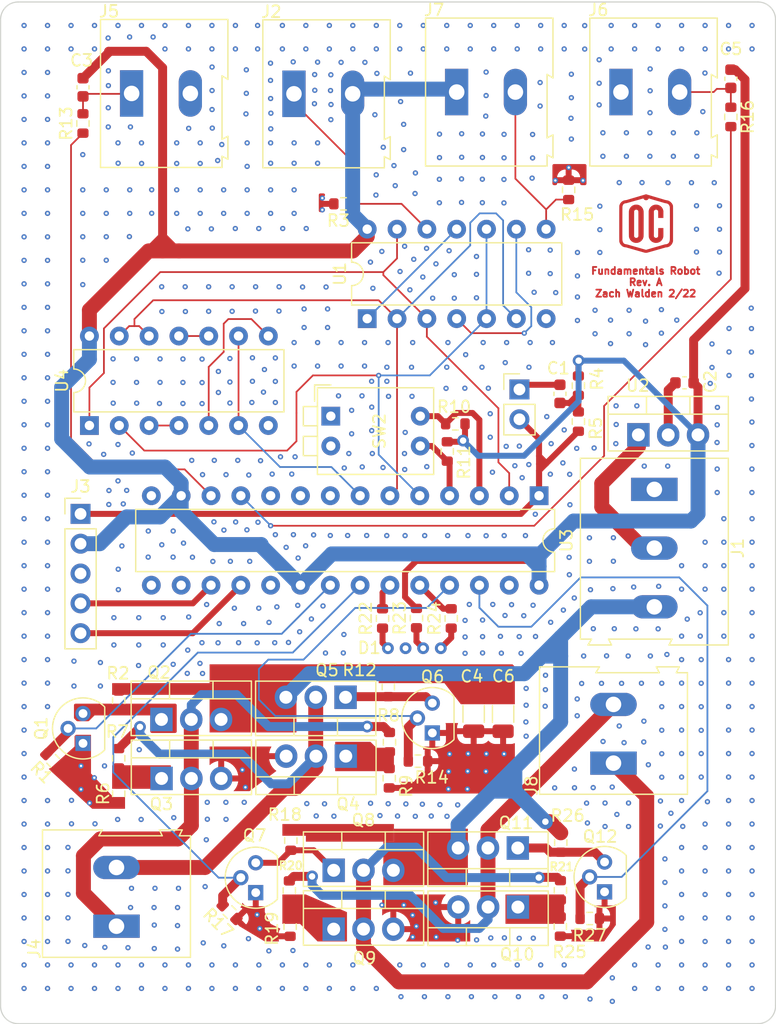
<source format=kicad_pcb>
(kicad_pcb (version 20211014) (generator pcbnew)
  (layers (0 "F.Cu" signal) (1 "In1.Cu" signal) (2 "In2.Cu" signal) (31 "B.Cu" signal) (34 "B.Paste" user) (35 "F.Paste" user) (36 "B.SilkS" user "B.Silkscreen") (37 "F.SilkS" user "F.Silkscreen") (38 "B.Mask" user) (39 "F.Mask" user) (44 "Edge.Cuts" user))
  (net 0 "")
  (net 1 "PICCAP")
  (net 2 "GND")
  (net 3 "+5V")
  (net 4 "LL_RH")
  (net 5 "+8V")
  (net 6 "RL_RH")
  (net 7 "+BATT")
  (net 8 "LSET")
  (net 9 "~MCLR")
  (net 10 "TX")
  (net 11 "RX")
  (net 12 "LM_POS")
  (net 13 "LM_NEG")
  (net 14 "RSET")
  (net 15 "RM_POS")
  (net 16 "RM_NEG")
  (net 17 "LM_CW")
  (net 18 "LP1G")
  (net 19 "LN1G")
  (net 20 "LN2G")
  (net 21 "LP2G")
  (net 22 "LM_CCW")
  (net 23 "RM_CW")
  (net 24 "RP1G")
  (net 25 "RN1G")
  (net 26 "RN2G")
  (net 27 "RP2G")
  (net 28 "RM_CCW")
  (net 29 "TP3")
  (net 30 "TP4")
  (net 31 "L_LIGHT")
  (net 32 "R_LIGHT")
  (net 33 "RLED")
  (net 34 "BLED")
  (net 35 "L!Q")
  (net 36 "LRST")
  (net 37 "LQ")
  (net 38 "R!Q")
  (net 39 "RQ")
  (net 40 "BQ")
  (net 41 "L!RNAND")
  (net 42 "B!Q")
  (net 43 "!LRST")
  (net 44 "RL")
  (net 45 "GL")
  (net 46 "BL")
  (footprint "Resistor_SMD:R_0603_1608Metric" (layer "F.Cu") (at 103.015 64.345 90)
    (fp_text reference "R13")
    (fp_text value "220")
  )
  (footprint "Package_TO_SOT_THT:TO-220-3_Vertical" (layer "F.Cu") (at 150.32 90.86)
    (fp_text reference "U2")
    (fp_text value "LM2940CT 5V REG.")
  )
  (footprint "Package_TO_SOT_THT:TO-220-3_Vertical" (layer "F.Cu") (at 125.4 118.22 180)
    (fp_text reference "Q4")
    (fp_text value "NMOS")
  )
  (footprint "Package_TO_SOT_THT:TO-92" (layer "F.Cu") (at 147.44 129.775 90)
    (fp_text reference "Q12")
    (fp_text value "NPN")
  )
  (footprint "Resistor_SMD:R_0603_1608Metric" (layer "F.Cu") (at 115.5 131.5 -45)
    (fp_text reference "R17")
    (fp_text value "10k")
  )
  (footprint "Resistor_SMD:R_0603_1608Metric" (layer "F.Cu") (at 145.21 86.67 -90)
    (fp_text reference "R4")
    (fp_text value "10k")
  )
  (footprint "Resistor_SMD:R_0603_1608Metric" (layer "F.Cu") (at 146.18 132.045 180)
    (fp_text reference "R27")
    (fp_text value "10k")
  )
  (footprint "Connector_PinHeader_2.54mm:PinHeader_1x02_P2.54mm_Vertical" (layer "F.Cu") (at 140.19 86.995)
    (fp_text reference "SW1")
    (fp_text value "RST")
  )
  (footprint "Package_DIP:DIP-14_W7.62mm" (layer "F.Cu") (at 127.225 80.965 90)
    (fp_text reference "U1")
    (fp_text value "7402")
  )
  (footprint "Capacitor_SMD:C_1206_3216Metric" (layer "F.Cu") (at 136.29 114.62 -90)
    (fp_text reference "C4")
    (fp_text value "47u")
  )
  (footprint "Package_TO_SOT_THT:TO-92" (layer "F.Cu") (at 103.02 117.13 90)
    (fp_text reference "Q1")
    (fp_text value "NPN")
  )
  (footprint "Resistor_SMD:R_0603_1608Metric" (layer "F.Cu") (at 134.73 89.925 180)
    (fp_text reference "R10")
    (fp_text value "10k")
  )
  (footprint "Resistor_SMD:R_0603_1608Metric" (layer "F.Cu") (at 134.38 106.495 90)
    (fp_text reference "R24")
    (fp_text value "220")
  )
  (footprint "TerminalBlock:TerminalBlock_Altech_AK300-2_P5.00mm" (layer "F.Cu") (at 107.16 61.79)
    (fp_text reference "J5")
    (fp_text value "1x2")
  )
  (footprint "TerminalBlock:TerminalBlock_Altech_AK300-3_P5.00mm" (layer "F.Cu") (at 151.68 95.505 -90)
    (fp_text reference "J1")
    (fp_text value "PWR_IN")
  )
  (footprint "TerminalBlock:TerminalBlock_Altech_AK300-2_P5.00mm" (layer "F.Cu") (at 148.835 61.67)
    (fp_text reference "J6")
    (fp_text value "1x2")
  )
  (footprint "CustomFootprints:OC_LOGO-6x6mm" (layer "F.Cu") (at 150.94 72.86)
    (fp_text reference "G***")
    (fp_text value "LOGO" hide)
  )
  (footprint "Capacitor_SMD:C_0603_1608Metric" (layer "F.Cu") (at 154.25 86.43 180)
    (fp_text reference "C2")
    (fp_text value "2.2u")
  )
  (footprint "Package_TO_SOT_THT:TO-220-3_Vertical" (layer "F.Cu") (at 140.06 131.07 180)
    (fp_text reference "Q10")
    (fp_text value "NMOS")
  )
  (footprint "Resistor_SMD:R_0603_1608Metric" (layer "F.Cu") (at 131.42 106.465 90)
    (fp_text reference "R23")
    (fp_text value "220")
  )
  (footprint "Resistor_SMD:R_0603_1608Metric" (layer "F.Cu") (at 120.72 125.41 90)
    (fp_text reference "R18")
    (fp_text value "10k")
  )
  (footprint "Resistor_SMD:R_0603_1608Metric" (layer "F.Cu") (at 143.71 125.575 90)
    (fp_text reference "R26")
    (fp_text value "10k")
  )
  (footprint "Resistor_SMD:R_0603_1608Metric" (layer "F.Cu") (at 143.67 132.725 -90)
    (fp_text reference "R25")
    (fp_text value "10k")
  )
  (footprint "Package_TO_SOT_THT:TO-220-3_Vertical" (layer "F.Cu") (at 125.38 113.205 180)
    (fp_text reference "Q5")
    (fp_text value "PMOS")
  )
  (footprint "Resistor_SMD:R_0603_1608Metric" (layer "F.Cu") (at 125.21 71.19 180)
    (fp_text reference "R3")
    (fp_text value "10k")
  )
  (footprint "Capacitor_SMD:C_0603_1608Metric" (layer "F.Cu") (at 103.02 61.265 -90)
    (fp_text reference "C3")
    (fp_text value ".1u")
  )
  (footprint "TerminalBlock:TerminalBlock_Altech_AK300-2_P5.00mm" (layer "F.Cu") (at 148.2 118.815 90)
    (fp_text reference "J8")
    (fp_text value "1x2")
  )
  (footprint "Capacitor_SMD:C_0603_1608Metric" (layer "F.Cu") (at 143.64 87.37 90)
    (fp_text reference "C1")
    (fp_text value ".1u")
  )
  (footprint "Resistor_SMD:R_0603_1608Metric" (layer "F.Cu") (at 131.55 118.645 180)
    (fp_text reference "R14")
    (fp_text value "10k")
  )
  (footprint "Capacitor_SMD:C_1206_3216Metric" (layer "F.Cu") (at 138.8 114.625 -90)
    (fp_text reference "C6")
    (fp_text value "47u")
  )
  (footprint "Resistor_SMD:R_0603_1608Metric" (layer "F.Cu") (at 120.59 129.665 90)
    (fp_text reference "R20")
    (fp_text value "1k")
  )
  (footprint "Resistor_SMD:R_0603_1608Metric" (layer "F.Cu") (at 106.06 121.42 -90)
    (fp_text reference "R6")
    (fp_text value "10k")
  )
  (footprint "Resistor_SMD:R_0603_1608Metric" (layer "F.Cu") (at 158.195 63.79 -90)
    (fp_text reference "R16")
    (fp_text value "220")
  )
  (footprint "Resistor_SMD:R_0603_1608Metric" (layer "F.Cu") (at 129.1 120.1 -90)
    (fp_text reference "R9")
    (fp_text value "10k")
  )
  (footprint "Package_TO_SOT_THT:TO-92" (layer "F.Cu") (at 132.77 113.705 90)
    (fp_text reference "Q6")
    (fp_text value "NPN")
  )
  (footprint "Resistor_SMD:R_0603_1608Metric" (layer "F.Cu") (at 106.06 113.5 90)
    (fp_text reference "R2")
    (fp_text value "10k")
  )
  (footprint "TerminalBlock:TerminalBlock_Altech_AK300-2_P5.00mm" (layer "F.Cu") (at 134.845 61.67)
    (fp_text reference "J7")
    (fp_text value "1x2")
  )
  (footprint "Resistor_SMD:R_0603_1608Metric" (layer "F.Cu") (at 106.06 118.4 90)
    (fp_text reference "R7")
    (fp_text value "1k")
  )
  (footprint "Resistor_SMD:R_0603_1608Metric" (layer "F.Cu") (at 144.38 70 90)
    (fp_text reference "R15")
    (fp_text value "10k")
  )
  (footprint "Package_TO_SOT_THT:TO-220-3_Vertical" (layer "F.Cu") (at 124.37 132.95)
    (fp_text reference "Q9")
    (fp_text value "NMOS")
  )
  (footprint "Resistor_SMD:R_0603_1608Metric" (layer "F.Cu") (at 100.48 118.625 -45)
    (fp_text reference "R1")
    (fp_text value "10k")
  )
  (footprint "Connector_PinHeader_2.54mm:PinHeader_1x05_P2.54mm_Vertical" (layer "F.Cu") (at 102.81 97.59)
    (fp_text reference "J3")
    (fp_text value "PROG")
  )
  (footprint "Package_TO_SOT_THT:TO-220-3_Vertical" (layer "F.Cu") (at 109.71 120.12)
    (fp_text reference "Q3")
    (fp_text value "NMOS")
  )
  (footprint "Resistor_SMD:R_0603_1608Metric" (layer "F.Cu") (at 134.04 92.275 -90)
    (fp_text reference "R11")
    (fp_text value "10k")
  )
  (footprint "Resistor_SMD:R_0603_1608Metric" (layer "F.Cu") (at 129.12 117.03 90)
    (fp_text reference "R8")
    (fp_text value "1k")
  )
  (footprint "Resistor_SMD:R_0603_1608Metric" (layer "F.Cu") (at 145.21 89.73 -90)
    (fp_text reference "R5")
    (fp_text value "470")
  )
  (footprint "Resistor_SMD:R_0603_1608Metric" (layer "F.Cu") (at 143.68 129.645 90)
    (fp_text reference "R21")
    (fp_text value "1k")
  )
  (footprint "Package_TO_SOT_THT:TO-92" (layer "F.Cu") (at 117.73 129.84 90)
    (fp_text reference "Q7")
    (fp_text value "NPN")
  )
  (footprint "CustomFootprints:RKGB" (layer "F.Cu") (at 131.49 104.03)
    (fp_text reference "D1")
    (fp_text value "LED_RGBK")
  )
  (footprint "TerminalBlock:TerminalBlock_Altech_AK300-2_P5.00mm" (layer "F.Cu") (at 120.985 61.82)
    (fp_text reference "J2")
    (fp_text value "1x2")
  )
  (footprint "Capacitor_SMD:C_0603_1608Metric" (layer "F.Cu") (at 158.195 60.54 -90)
    (fp_text reference "C5")
    (fp_text value ".1u")
  )
  (footprint "Package_TO_SOT_THT:TO-220-3_Vertical" (layer "F.Cu") (at 140.05 126.04 180)
    (fp_text reference "Q11")
    (fp_text value "PMOS")
  )
  (footprint "Package_TO_SOT_THT:TO-220-3_Vertical" (layer "F.Cu") (at 109.7 115.095)
    (fp_text reference "Q2")
    (fp_text value "PMOS")
  )
  (footprint "Package_DIP:DIP-28_W7.62mm" (layer "F.Cu") (at 141.86 96.045 -90)
    (fp_text reference "U3")
    (fp_text value "dsPic30f3013")
  )
  (footprint "Package_DIP:DIP-14_W7.62mm" (layer "F.Cu") (at 103.565 90.065 90)
    (fp_text reference "U4")
    (fp_text value "7400")
  )
  (footprint "Resistor_SMD:R_0603_1608Metric" (layer "F.Cu") (at 128.53 106.495 90)
    (fp_text reference "R22")
    (fp_text value "220")
  )
  (footprint "Package_TO_SOT_THT:TO-220-3_Vertical" (layer "F.Cu") (at 124.37 127.94)
    (fp_text reference "Q8")
    (fp_text value "PMOS")
  )
  (footprint "Button_Switch_THT:SW_DIP_SPSTx02_Piano_CTS_Series194-2MSTN_W7.62mm_P2.54mm" (layer "F.Cu") (at 124.125 89.27)
    (fp_text reference "SW2")
    (fp_text value "TST_SW")
  )
  (footprint "CustomFootprints:OC_LOGO-6x6mm" (layer "F.Cu") (at 150.94 72.86)
    (fp_text reference "G***")
    (fp_text value "LOGO" hide)
  )
  (footprint "Resistor_SMD:R_0603_1608Metric" (layer "F.Cu") (at 120.66 132.735 -90)
    (fp_text reference "R19")
    (fp_text value "10k")
  )
  (footprint "Resistor_SMD:R_0603_1608Metric" (layer "F.Cu") (at 129.02 112.33 90)
    (fp_text reference "R12")
    (fp_text value "10k")
  )
  (footprint "TerminalBlock:TerminalBlock_Altech_AK300-2_P5.00mm" (layer "F.Cu") (at 105.87 132.7 90)
    (fp_text reference "J4")
    (fp_text value "1x2")
  )
  (gr_arc (start 97.5 141) (mid 96.43934 140.56066) (end 96 139.5) (layer "Edge.Cuts") (width 0.1))
  (gr_line (start 162 55.5) (end 162 139.5) (layer "Edge.Cuts") (width 0.1))
  (gr_line (start 160.5 141) (end 97.5 141) (layer "Edge.Cuts") (width 0.1))
  (gr_arc (start 162 139.5) (mid 161.56066 140.56066) (end 160.5 141) (layer "Edge.Cuts") (width 0.1))
  (gr_line (start 97.5 54) (end 160.5 54) (layer "Edge.Cuts") (width 0.1))
  (gr_line (start 96 139.5) (end 96 55.5) (layer "Edge.Cuts") (width 0.1))
  (gr_arc (start 160.5 54) (mid 161.56066 54.43934) (end 162 55.5) (layer "Edge.Cuts") (width 0.1))
  (gr_arc (start 96 55.5) (mid 96.43934 54.43934) (end 97.5 54) (layer "Edge.Cuts") (width 0.1))
  (gr_text "Fundamentals Robot\nRev. A\nZach Walden 2/22" (at 150.94 77.86) (layer "F.Cu") (effects (font (size 0.6 0.6))))
  (segment (start 145.21 87.495) (end 145.21 88.905) (width 0.508) (layer "F.Cu") (net 1))
  (segment (start 145.21 87.495) (end 145.1 87.495) (width 0.508) (layer "F.Cu") (net 1))
  (segment (start 145.21 87.495) (end 145.21 87.86) (width 0.508) (layer "F.Cu") (net 1))
  (segment (start 145.1 87.495) (end 144.45 88.145) (width 0.508) (layer "F.Cu") (net 1))
  (segment (start 143.64 88.145) (end 144.45 88.145) (width 0.508) (layer "F.Cu") (net 1))
  (segment (start 145.21 87.86) (end 144.6875 88.3825) (width 0.508) (layer "F.Cu") (net 1))
  (segment (start 144.6875 88.3825) (end 145.21 88.905) (width 0.508) (layer "F.Cu") (net 1))
  (segment (start 144.45 88.145) (end 144.6875 88.3825) (width 0.508) (layer "F.Cu") (net 1))
  (segment (start 140.59 86.595) (end 140.19 86.995) (width 0.508) (layer "F.Cu") (net 2))
  (segment (start 143.64 86.595) (end 140.59 86.595) (width 0.508) (layer "F.Cu") (net 2))
  (segment (start 152.86 90.86) (end 152.86 87.045) (width 0.762) (layer "F.Cu") (net 2))
  (segment (start 152.86 87.045) (end 153.475 86.43) (width 0.762) (layer "F.Cu") (net 2))
  (via (at 100 106) (size 0.45) (drill 0.2) (layers "F.Cu" "B.Cu") (net 2))
  (via (at 160 58) (size 0.45) (drill 0.2) (layers "F.Cu" "B.Cu") (net 2))
  (via (at 100 72) (size 0.45) (drill 0.2) (layers "F.Cu" "B.Cu") (net 2))
  (via (at 156 102) (size 0.45) (drill 0.2) (layers "F.Cu" "B.Cu") (net 2))
  (via (at 116 136) (size 0.45) (drill 0.2) (layers "F.Cu" "B.Cu") (net 2))
  (via (at 137.7 89.06) (size 0.45) (drill 0.2) (layers "F.Cu" "B.Cu") (net 2))
  (via (at 117 66) (size 0.45) (drill 0.2) (layers "F.Cu" "B.Cu") (net 2))
  (via (at 106.03 104.04) (size 0.45) (drill 0.2) (layers "F.Cu" "B.Cu") (net 2))
  (via (at 147.95 81.09) (size 0.45) (drill 0.2) (layers "F.Cu" "B.Cu") (net 2))
  (via (at 131.92 122.31) (size 0.45) (drill 0.2) (layers "F.Cu" "B.Cu") (net 2))
  (via (at 159.95 83.81) (size 0.45) (drill 0.2) (layers "F.Cu" "B.Cu") (net 2))
  (via (at 106 138) (size 0.45) (drill 0.2) (layers "F.Cu" "B.Cu") (net 2))
  (via (at 118 138) (size 0.45) (drill 0.2) (layers "F.Cu" "B.Cu") (net 2))
  (via (at 159.99 91.77) (size 0.45) (drill 0.2) (layers "F.Cu" "B.Cu") (net 2))
  (via (at 151.34 109.69) (size 0.45) (drill 0.2) (layers "F.Cu" "B.Cu") (net 2))
  (via (at 150.63 69.38) (size 0.45) (drill 0.2) (layers "F.Cu" "B.Cu") (net 2))
  (via (at 122.73 62.66) (size 0.45) (drill 0.2) (layers "F.Cu" "B.Cu") (net 2))
  (via (at 160 128) (size 0.45) (drill 0.2) (layers "F.Cu" "B.Cu") (net 2))
  (via (at 122 56) (size 0.45) (drill 0.2) (layers "F.Cu" "B.Cu") (net 2))
  (via (at 139.52 105.32) (size 0.45) (drill 0.2) (layers "F.Cu" "B.Cu") (net 2))
  (via (at 138.88 118.03) (size 0.45) (drill 0.2) (layers "F.Cu" "B.Cu") (net 2))
  (via (at 131.33 68.56) (size 0.45) (drill 0.2) (layers "F.Cu" "B.Cu") (net 2))
  (via (at 155.67 110) (size 0.45) (drill 0.2) (layers "F.Cu" "B.Cu") (net 2))
  (via (at 158 126) (size 0.45) (drill 0.2) (layers "F.Cu" "B.Cu") (net 2))
  (via (at 158 118) (size 0.45) (drill 0.2) (layers "F.Cu" "B.Cu") (net 2))
  (via (at 127 83) (size 0.45) (drill 0.2) (layers "F.Cu" "B.Cu") (net 2))
  (via (at 108 136) (size 0.45) (drill 0.2) (layers "F.Cu" "B.Cu") (net 2))
  (via (at 100 80) (size 0.45) (drill 0.2) (layers "F.Cu" "B.Cu") (net 2))
  (via (at 160 108) (size 0.45) (drill 0.2) (layers "F.Cu" "B.Cu") (net 2))
  (via (at 154 130) (size 0.45) (drill 0.2) (layers "F.Cu" "B.Cu") (net 2))
  (via (at 113.6 122.15) (size 0.45) (drill 0.2) (layers "F.Cu" "B.Cu") (net 2))
  (via (at 107.15 129.47) (size 0.45) (drill 0.2) (layers "F.Cu" "B.Cu") (net 2))
  (via (at 100 124) (size 0.45) (drill 0.2) (layers "F.Cu" "B.Cu") (net 2))
  (via (at 121.47 107.63) (size 0.45) (drill 0.2) (layers "F.Cu" "B.Cu") (net 2))
  (via (at 126.78 87.54) (size 0.45) (drill 0.2) (layers "F.Cu" "B.Cu") (net 2))
  (via (at 144.42 101.29) (size 0.45) (drill 0.2) (layers "F.Cu" "B.Cu") (net 2))
  (via (at 115.19 122.15) (size 0.45) (drill 0.2) (layers "F.Cu" "B.Cu") (net 2))
  (via (at 121 67.73) (size 0.45) (drill 0.2) (layers "F.Cu" "B.Cu") (net 2))
  (via (at 106.02 102.3) (size 0.45) (drill 0.2) (layers "F.Cu" "B.Cu") (net 2))
  (via (at 147.48 124.21) (size 0.45) (drill 0.2) (layers "F.Cu" "B.Cu") (net 2))
  (via (at 106.99 56.98) (size 0.45) (drill 0.2) (layers "F.Cu" "B.Cu") (net 2))
  (via (at 124 138) (size 0.45) (drill 0.2) (layers "F.Cu" "B.Cu") (net 2))
  (via (at 119 62.22) (size 0.45) (drill 0.2) (layers "F.Cu" "B.Cu") (net 2))
  (via (at 104 136) (size 0.45) (drill 0.2) (layers "F.Cu" "B.Cu") (net 2))
  (via (at 111.94 109.19) (size 0.45) (drill 0.2) (layers "F.Cu" "B.Cu") (net 2))
  (via (at 116.75 122.15) (size 0.45) (drill 0.2) (layers "F.Cu" "B.Cu") (net 2))
  (via (at 113.72 78.25) (size 0.45) (drill 0.2) (layers "F.Cu" "B.Cu") (net 2))
  (via (at 152.58 126.97) (size 0.45) (drill 0.2) (layers "F.Cu" "B.Cu") (net 2))
  (via (at 152.31 112.01) (size 0.45) (drill 0.2) (layers "F.Cu" "B.Cu") (net 2))
  (via (at 127.61 90.5) (size 0.45) (drill 0.2) (layers "F.Cu" "B.Cu") (net 2))
  (via (at 156 132) (size 0.45) (drill 0.2) (layers "F.Cu" "B.Cu") (net 2))
  (via (at 145.49 112.03) (size 0.45) (drill 0.2) (layers "F.Cu" "B.Cu") (net 2))
  (via (at 107.58 84.39) (size 0.45) (drill 0.2) (layers "F.Cu" "B.Cu") (net 2))
  (via (at 102.04 123.98) (size 0.45) (drill 0.2) (layers "F.Cu" "B.Cu") (net 2))
  (via (at 152 138) (size 0.45) (drill 0.2) (layers "F.Cu" "B.Cu") (net 2))
  (via (at 140.56 106.26) (size 0.45) (drill 0.2) (layers "F.Cu" "B.Cu") (net 2))
  (via (at 107.97 123.61) (size 0.45) (drill 0.2) (layers "F.Cu" "B.Cu") (net 2))
  (via (at 127.18 99.43) (size 0.45) (drill 0.2) (layers "F.Cu" "B.Cu") (net 2))
  (via (at 132 58) (size 0.45) (drill 0.2) (layers "F.Cu" "B.Cu") (net 2))
  (via (at 155.81 63.34) (size 0.45) (drill 0.2) (layers "F.Cu" "B.Cu") (net 2))
  (via (at 115.99 73.29) (size 0.45) (drill 0.2) (layers "F.Cu" "B.Cu") (net 2))
  (via (at 100 98) (size 0.45) (drill 0.2) (layers "F.Cu" "B.Cu") (net 2))
  (via (at 133.1 133.62) (size 0.45) (drill 0.2) (layers "F.Cu" "B.Cu") (net 2))
  (via (at 147.3 67.14) (size 0.45) (drill 0.2) (layers "F.Cu" "B.Cu") (net 2))
  (via (at 139.1 83) (size 0.45) (drill 0.2) (layers "F.Cu" "B.Cu") (net 2))
  (via (at 146.48 107.37) (size 0.45) (drill 0.2) (layers "F.Cu" "B.Cu") (net 2))
  (via (at 159.95 87.81) (size 0.45) (drill 0.2) (layers "F.Cu" "B.Cu") (net 2))
  (via (at 146.98 62.76) (size 0.45) (drill 0.2) (layers "F.Cu" "B.Cu") (net 2))
  (via (at 119 66) (size 0.45) (drill 0.2) (layers "F.Cu" "B.Cu") (net 2))
  (via (at 139.8 93.49) (size 0.45) (drill 0.2) (layers "F.Cu" "B.Cu") (net 2))
  (via (at 156 134) (size 0.45) (drill 0.2) (layers "F.Cu" "B.Cu") (net 2))
  (via (at 159.95 81.81) (size 0.45) (drill 0.2) (layers "F.Cu" "B.Cu") (net 2))
  (via (at 132.8 79.22) (size 0.45) (drill 0.2) (layers "F.Cu" "B.Cu") (net 2))
  (via (at 114.03 64.74) (size 0.45) (drill 0.2) (layers "F.Cu" "B.Cu") (net 2))
  (via (at 120 58) (size 0.45) (drill 0.2) (layers "F.Cu" "B.Cu") (net 2))
  (via (at 144.88 120.91) (size 0.45) (drill 0.2) (layers "F.Cu" "B.Cu") (net 2))
  (via (at 111.07 131.11) (size 0.45) (drill 0.2) (layers "F.Cu" "B.Cu") (net 2))
  (via (at 100 56) (size 0.45) (drill 0.2) (layers "F.Cu" "B.Cu") (net 2))
  (via (at 135.81 99.44) (size 0.45) (drill 0.2) (layers "F.Cu" "B.Cu") (net 2))
  (via (at 107.59 88.16) (size 0.45) (drill 0.2) (layers "F.Cu" "B.Cu") (net 2))
  (via (at 127.6 86.3) (size 0.45) (drill 0.2) (layers "F.Cu" "B.Cu") (net 2))
  (via (at 114.2 93.03) (size 0.45) (drill 0.2) (layers "F.Cu" "B.Cu") (net 2))
  (via (at 138.87 71.11) (size 0.45) (drill 0.2) (layers "F.Cu" "B.Cu") (net 2))
  (via (at 100 58) (size 0.45) (drill 0.2) (layers "F.Cu" "B.Cu") (net 2))
  (via (at 158 114) (size 0.45) (drill 0.2) (layers "F.Cu" "B.Cu") (net 2))
  (via (at 150 58) (size 0.45) (drill 0.2) (layers "F.Cu" "B.Cu") (net 2))
  (via (at 134.02 123.34) (size 0.45) (drill 0.2) (layers "F.Cu" "B.Cu") (net 2))
  (via (at 118.99 59.21) (size 0.45) (drill 0.2) (layers "F.Cu" "B.Cu") (net 2))
  (via (at 112 58) (size 0.45) (drill 0.2) (layers "F.Cu" "B.Cu") (net 2))
  (via (at 117.89 58) (size 0.45) (drill 0.2) (layers "F.Cu" "B.Cu") (net 2))
  (via (at 117.45 84.3) (size 0.45) (drill 0.2) (layers "F.Cu" "B.Cu") (net 2))
  (via (at 151.3 67.14) (size 0.45) (drill 0.2) (layers "F.Cu" "B.Cu") (net 2))
  (via (at 100 134) (size 0.45) (drill 0.2) (layers "F.Cu" "B.Cu") (net 2))
  (via (at 107.06 64.64) (size 0.45) (drill 0.2) (layers "F.Cu" "B.Cu") (net 2))
  (via (at 100 68) (size 0.45) (drill 0.2) (layers "F.Cu" "B.Cu") (net 2))
  (via (at 156 100) (size 0.45) (drill 0.2) (layers "F.Cu" "B.Cu") (net 2))
  (via (at 115 70) (size 0.45) (drill 0.2) (layers "F.Cu" "B.Cu") (net 2))
  (via (at 137.35 99.45) (size 0.45) (drill 0.2) (layers "F.Cu" "B.Cu") (net 2))
  (via (at 152.58 128.97) (size 0.45) (drill 0.2) (layers "F.Cu" "B.Cu") (net 2))
  (via (at 118.47 85.3) (size 0.45) (drill 0.2) (layers "F.Cu" "B.Cu") (net 2))
  (via (at 147.04 73.39) (size 0.45) (drill 0.2) (layers "F.Cu" "B.Cu") (net 2))
  (via (at 128.9 86.3) (size 0.45) (drill 0.2) (layers "F.Cu" "B.Cu") (net 2))
  (via (at 157.6 98) (size 0.45) (drill 0.2) (layers "F.Cu" "B.Cu") (net 2))
  (via (at 126 58) (size 0.45) (drill 0.2) (layers "F.Cu" "B.Cu") (net 2))
  (via (at 105.22 96.79) (size 0.45) (drill 0.2) (layers "F.Cu" "B.Cu") (net 2))
  (via (at 107.58 86.39) (size 0.45) (drill 0.2) (layers "F.Cu" "B.Cu") (net 2))
  (via (at 148.19 101.62) (size 0.45) (drill 0.2) (layers "F.Cu" "B.Cu") (net 2))
  (via (at 123.59 122.28) (size 0.45) (drill 0.2) (layers "F.Cu" "B.Cu") (net 2))
  (via (at 107.77 106.43) (size 0.45) (drill 0.2) (layers "F.Cu" "B.Cu") (net 2))
  (via (at 149.48 122.21) (size 0.45) (drill 0.2) (layers "F.Cu" "B.Cu") (net 2))
  (via (at 116 56) (size 0.45) (drill 0.2) (layers "F.Cu" "B.Cu") (net 2))
  (via (at 137.37 118.02) (size 0.45) (drill 0.2) (layers "F.Cu" "B.Cu") (net 2))
  (via (at 128 56) (size 0.45) (drill 0.2) (layers "F.Cu" "B.Cu") (net 2))
  (via (at 110 138) (size 0.45) (drill 0.2) (layers "F.Cu" "B.Cu") (net 2))
  (via (at 152.31 114.01) (size 0.45) (drill 0.2) (layers "F.Cu" "B.Cu") (net 2))
  (via (at 152 136) (size 0.45) (drill 0.2) (layers "F.Cu" "B.Cu") (net 2))
  (via (at 102 136) (size 0.45) (drill 0.2) (layers "F.Cu" "B.Cu") (net 2))
  (via (at 115.53 84.36) (size 0.45) (drill 0.2) (layers "F.Cu" "B.Cu") (net 2))
  (via (at 154 128) (size 0.45) (drill 0.2) (layers "F.Cu" "B.Cu") (net 2))
  (via (at 142.38 113.97) (size 0.45) (drill 0.2) (layers "F.Cu" "B.Cu") (net 2))
  (via (at 98 122) (size 0.45) (drill 0.2) (layers "F.Cu" "B.Cu") (net 2))
  (via (at 120.9 134.77) (size 0.45) (drill 0.2) (layers "F.Cu" "B.Cu") (net 2))
  (via (at 158 138) (size 0.45) (drill 0.2) (layers "F.Cu" "B.Cu") (net 2))
  (via (at 155.67 120) (size 0.45) (drill 0.2) (layers "F.Cu" "B.Cu") (net 2))
  (via (at 104.04 123.98) (size 0.45) (drill 0.2) (layers "F.Cu" "B.Cu") (net 2))
  (via (at 152.28 82.2) (size 0.45) (drill 0.2) (layers "F.Cu" "B.Cu") (net 2))
  (via (at 102 138) (size 0.45) (drill 0.2) (layers "F.Cu" "B.Cu") (net 2))
  (via (at 141.95 60.86) (size 0.45) (drill 0.2) (layers "F.Cu" "B.Cu") (net 2))
  (via (at 100 114) (size 0.45) (drill 0.2) (layers "F.Cu" "B.Cu") (net 2))
  (via (at 110 136) (size 0.45) (drill 0.2) (layers "F.Cu" "B.Cu") (net 2))
  (via (at 103 75.99) (size 0.45) (drill 0.2) (layers "F.Cu" "B.Cu") (net 2))
  (via (at 98 90) (size 0.45) (drill 0.2) (layers "F.Cu" "B.Cu") (net 2))
  (via (at 131.32 123.34) (size 0.45) (drill 0.2) (layers "F.Cu" "B.Cu") (net 2))
  (via (at 100 112) (size 0.45) (drill 0.2) (layers "F.Cu" "B.Cu") (net 2))
  (via (at 121.72 78.27) (size 0.45) (drill 0.2) (layers "F.Cu" "B.Cu") (net 2))
  (via (at 154 108) (size 0.45) (drill 0.2) (layers "F.Cu" "B.Cu") (net 2))
  (via (at 107 72) (size 0.45) (drill 0.2) (layers "F.Cu" "B.Cu") (net 2))
  (via (at 100 82) (size 0.45) (drill 0.2) (layers "F.Cu" "B.Cu") (net 2))
  (via (at 100 132) (size 0.45) (drill 0.2) (layers "F.Cu" "B.Cu") (net 2))
  (via (at 110 58) (size 0.45) (drill 0.2) (layers "F.Cu" "B.Cu") (net 2))
  (via (at 140.18 91.82) (size 0.45) (drill 0.2) (layers "F.Cu" "B.Cu") (net 2))
  (via (at 137.04 67.24) (size 0.45) (drill 0.2) (layers "F.Cu" "B.Cu") (net 2))
  (via (at 155.58 106.01) (size 0.45) (drill 0.2) (layers "F.Cu" "B.Cu") (net 2))
  (via (at 157.6 102) (size 0.45) (drill 0.2) (layers "F.Cu" "B.Cu") (net 2))
  (via (at 106.01 67.73) (size 0.45) (drill 0.2) (layers "F.Cu" "B.Cu") (net 2))
  (via (at 157.19 77.09) (size 0.45) (drill 0.2) (layers "F.Cu" "B.Cu") (net 2))
  (via (at 131.19 75.91) (size 0.45) (drill 0.2) (layers "F.Cu" "B.Cu") (net 2))
  (via (at 132.1 138.7) (size 0.45) (drill 0.2) (layers "F.Cu" "B.Cu") (net 2))
  (via (at 138.88 65.27) (size 0.45) (drill 0.2) (layers "F.Cu" "B.Cu") (net 2))
  (via (at 113.16 88.2) (size 0.45) (drill 0.2) (layers "F.Cu" "B.Cu") (net 2))
  (via (at 120.92 59.1) (size 0.45) (drill 0.2) (layers "F.Cu" "B.Cu") (net 2))
  (via (at 113.26 134.12) (size 0.45) (drill 0.2) (layers "F.Cu" "B.Cu") (net 2))
  (via (at 98 112) (size 0.45) (drill 0.2) (layers "F.Cu" "B.Cu") (net 2))
  (via (at 98 56) (size 0.45) (drill 0.2) (layers "F.Cu" "B.Cu") (net 2))
  (via (at 154 122) (size 0.45) (drill 0.2) (layers "F.Cu" "B.Cu") (net 2))
  (via (at 140 136) (size 0.45) (drill 0.2) (layers "F.Cu" "B.Cu") (net 2))
  (via (at 142.82 94.21) (size 0.45) (drill 0.2) (layers "F.Cu" "B.Cu") (net 2))
  (via (at 111.07 132.65) (size 0.45) (drill 0.2) (layers "F.Cu" "B.Cu") (net 2))
  (via (at 98 120) (size 0.45) (drill 0.2) (layers "F.Cu" "B.Cu") (net 2))
  (via (at 132.68 123.32) (size 0.45) (drill 0.2) (layers "F.Cu" "B.Cu") (net 2))
  (via (at 150.93 81.18) (size 0.45) (drill 0.2) (layers "F.Cu" "B.Cu") (net 2))
  (via (at 105.17 63.01) (size 0.45) (drill 0.2) (layers "F.Cu" "B.Cu") (net 2))
  (via (at 98 114) (size 0.45) (drill 0.2) (layers "F.Cu" "B.Cu") (net 2))
  (via (at 98 74) (size 0.45) (drill 0.2) (layers "F.Cu" "B.Cu") (net 2))
  (via (at 123 85) (size 0.45) (drill 0.2) (layers "F.Cu" "B.Cu") (net 2))
  (via (at 143.89 93.25) (size 0.45) (drill 0.2) (layers "F.Cu" "B.Cu") (net 2))
  (via (at 98 138) (size 0.45) (drill 0.2) (layers "F.Cu" "B.Cu") (net 2))
  (via (at 142 58) (size 0.45) (drill 0.2) (layers "F.Cu" "B.Cu") (net 2))
  (via (at 140.97 77.1) (size 0.45) (drill 0.2) (layers "F.Cu" "B.Cu") (net 2))
  (via (at 124.1 61.54) (size 0.45) (drill 0.2) (layers "F.Cu" "B.Cu") (net 2))
  (via (at 111 72) (size 0.45) (drill 0.2) (layers "F.Cu" "B.Cu") (net 2))
  (via (at 145.11 114.78) (size 0.45) (drill 0.2) (layers "F.Cu" "B.Cu") (net 2))
  (via (at 109.58 84.39) (size 0.45) (drill 0.2) (layers "F.Cu" "B.Cu") (net 2))
  (via (at 116.59 119.39) (size 0.45) (drill 0.2) (layers "F.Cu" "B.Cu") (net 2))
  (via (at 133.37 71.1) (size 0.45) (drill 0.2) (layers "F.Cu" "B.Cu") (net 2))
  (via (at 98 108) (size 0.45) (drill 0.2) (layers "F.Cu" "B.Cu") (net 2))
  (via (at 115.91 105.62) (size 0.45) (drill 0.2) (layers "F.Cu" "B.Cu") (net 2))
  (via (at 122.66 99.38) (size 0.45) (drill 0.2) (layers "F.Cu" "B.Cu") (net 2))
  (via (at 105.16 57.07) (size 0.45) (drill 0.2) (layers "F.Cu" "B.Cu") (net 2))
  (via (at 159.99 95.77) (size 0.45) (drill 0.2) (layers "F.Cu" "B.Cu") (net 2))
  (via (at 140.97 75.1) (size 0.45) (drill 0.2) (layers "F.Cu" "B.Cu") (net 2))
  (via (at 112 56) (size 0.45) (drill 0.2) (layers "F.Cu" "B.Cu") (net 2))
  (via (at 115.01 134.37) (size 0.45) (drill 0.2) (layers "F.Cu" "B.Cu") (net 2))
  (via (at 145.11 113.35) (size 0.45) (drill 0.2) (layers "F.Cu" "B.Cu") (net 2))
  (via (at 137.32 63.72) (size 0.45) (drill 0.2) (layers "F.Cu" "B.Cu") (net 2))
  (via (at 155.27 75.29) (size 0.45) (drill 0.2) (layers "F.Cu" "B.Cu") (net 2))
  (via (at 130 58) (size 0.45) (drill 0.2) (layers "F.Cu" "B.Cu") (net 2))
  (via (at 160 102) (size 0.45) (drill 0.2) (layers "F.Cu" "B.Cu") (net 2))
  (via (at 157.05 88.52) (size 0.45) (drill 0.2) (layers "F.Cu" "B.Cu") (net 2))
  (via (at 126.8 93.59) (size 0.45) (drill 0.2) (layers "F.Cu" "B.Cu") (net 2))
  (via (at 140.17 108.04) (size 0.45) (drill 0.2) (layers "F.Cu" "B.Cu") (net 2))
  (via (at 150.82 93.52) (size 0.45) (drill 0.2) (layers "F.Cu" "B.Cu") (net 2))
  (via (at 121.08 92.73) (size 0.45) (drill 0.2) (layers "F.Cu" "B.Cu") (net 2))
  (via (at 109.53 88.19) (size 0.45) (drill 0.2) (layers "F.Cu" "B.Cu") (net 2))
  (via (at 117.85 108.57) (size 0.45) (drill 0.2) (layers "F.Cu" "B.Cu") (net 2))
  (via (at 141.95 62.86) (size 0.45) (drill 0.2) (layers "F.Cu" "B.Cu") (net 2))
  (via (at 119.01 64.8) (size 0.45) (drill 0.2) (layers "F.Cu" "B.Cu") (net 2))
  (via (at 108 56) (size 0.45) (drill 0.2) (layers "F.Cu" "B.Cu") (net 2))
  (via (at 111.53 88.19) (size 0.45) (drill 0.2) (layers "F.Cu" "B.Cu") (net 2))
  (via (at 102.04 121.98) (size 0.45) (drill 0.2) (layers "F.Cu" "B.Cu") (net 2))
  (via (at 119.13 94.2) (size 0.45) (drill 0.2) (layers "F.Cu" "B.Cu") (net 2))
  (via (at 145.91 122.22) (size 0.45) (drill 0.2) (layers "F.Cu" "B.Cu") (net 2))
  (via (at 114.55 85.46) (size 0.45) (drill 0.2) (layers "F.Cu" "B.Cu") (net 2))
  (via (at 130.1 138.7) (size 0.45) (drill 0.2) (layers "F.Cu" "B.Cu") (net 2))
  (via (at 98 124) (size 0.45) (drill 0.2) (layers "F.Cu" "B.Cu") (net 2))
  (via (at 141.27 69) (size 0.45) (drill 0.2) (layers "F.Cu" "B.Cu") (net 2))
  (via (at 100 138) (size 0.45) (drill 0.2) (layers "F.Cu" "B.Cu") (net 2))
  (via (at 120.8 94.2) (size 0.45) (drill 0.2) (layers "F.Cu" "B.Cu") (net 2))
  (via (at 109.73 100.22) (size 0.45) (drill 0.2) (layers "F.Cu" "B.Cu") (net 2))
  (via (at 113 72) (size 0.45) (drill 0.2) (layers "F.Cu" "B.Cu") (net 2))
  (via (at 133.94 86.9) (size 0.45) (drill 0.2) (layers "F.Cu" "B.Cu") (net 2))
  (via (at 123.85 81.72) (size 0.45) (drill 0.2) (layers "F.Cu" "B.Cu") (net 2))
  (via (at 141.31 67.28) (size 0.45) (drill 0.2) (layers "F.Cu" "B.Cu") (net 2))
  (via (at 158 132) (size 0.45) (drill 0.2) (layers "F.Cu" "B.Cu") (net 2))
  (via (at 103 78.07) (size 0.45) (drill 0.2) (layers "F.Cu" "B.Cu") (net 2))
  (via (at 111.95 73.32) (size 0.45) (drill 0.2) (layers "F.Cu" "B.Cu") (net 2))
  (via (at 130.33 64.42) (size 0.45) (drill 0.2) (layers "F.Cu" "B.Cu") (net 2))
  (via (at 140 56) (size 0.45) (drill 0.2) (layers "F.Cu" "B.Cu") (net 2))
  (via (at 156 126) (size 0.45) (drill 0.2) (layers "F.Cu" "B.Cu") (net 2))
  (via (at 105.58 84.39) (size 0.45) (drill 0.2) (layers "F.Cu" "B.Cu") (net 2))
  (via (at 141.37 133.72) (size 0.45) (drill 0.2) (layers "F.Cu" "B.Cu") (net 2))
  (via (at 104 58) (size 0.45) (drill 0.2) (layers "F.Cu" "B.Cu") (net 2))
  (via (at 160 136) (size 0.45) (drill 0.2) (layers "F.Cu" "B.Cu") (net 2))
  (via (at 140.33 109.46) (size 0.45) (drill 0.2) (layers "F.Cu" "B.Cu") (net 2))
  (via (at 143.93 105.78) (size 0.45) (drill 0.2) (layers "F.Cu" "B.Cu") (net 2))
  (via (at 116.85 120.87) (size 0.45) (drill 0.2) (layers "F.Cu" "B.Cu") (net 2))
  (via (at 142.89 91.61) (size 0.45) (drill 0.2) (layers "F.Cu" "B.Cu") (net 2))
  (via (at 138.91 133.69) (size 0.45) (drill 0.2) (layers "F.Cu" "B.Cu") (net 2))
  (via (at 143 83) (size 0.45) (drill 0.2) (layers "F.Cu" "B.Cu") (net 2))
  (via (at 156 104) (size 0.45) (drill 0.2) (layers "F.Cu" "B.Cu") (net 2))
  (via (at 140.42 94.51) (size 0.45) (drill 0.2) (layers "F.Cu" "B.Cu") (net 2))
  (via (at 111.07 134.65) (size 0.45) (drill 0.2) (layers "F.Cu" "B.Cu") (net 2))
  (via (at 152.05 103.76) (size 0.45) (drill 0.2) (layers "F.Cu" "B.Cu") (net 2))
  (via (at 158 112) (size 0.45) (drill 0.2) (layers "F.Cu" "B.Cu") (net 2))
  (via (at 124 58) (size 0.45) (drill 0.2) (layers "F.Cu" "B.Cu") (net 2))
  (via (at 105 70) (size 0.45) (drill 0.2) (layers "F.Cu" "B.Cu") (net 2))
  (via (at 112.02 64.76) (size 0.45) (drill 0.2) (layers "F.Cu" "B.Cu") (net 2))
  (via (at 130.41 74.8) (size 0.45) (drill 0.2) (layers "F.Cu" "B.Cu") (net 2))
  (via (at 100 78) (size 0.45) (drill 0.2) (layers "F.Cu" "B.Cu") (net 2))
  (via (at 137.89 94.04) (size 0.45) (drill 0.2) (layers "F.Cu" "B.Cu") (net 2))
  (via (at 131.1 133.62) (size 0.45) (drill 0.2) (layers "F.Cu" "B.Cu") (net 2))
  (via (at 152.31 116.01) (size 0.45) (drill 0.2) (layers "F.Cu" "B.Cu") (net 2))
  (via (at 100 92) (size 0.45) (drill 0.2) (layers "F.Cu" "B.Cu") (net 2))
  (via (at 133.42 122.35) (size 0.45) (drill 0.2) (layers "F.Cu" "B.Cu") (net 2))
  (via (at 117 68) (size 0.45) (drill 0.2) (layers "F.Cu" "B.Cu") (net 2))
  (via (at 127.61 88.5) (size 0.45) (drill 0.2) (layers "F.Cu" "B.Cu") (net 2))
  (via (at 128.48 130.9) (size 0.45) (drill 0.2) (layers "F.Cu" "B.Cu") (net 2))
  (via (at 151.3 65.14) (size 0.45) (drill 0.2) (layers "F.Cu" "B.Cu") (net 2))
  (via (at 146.98 58.92) (size 0.45) (drill 0.2) (layers "F.Cu" "B.Cu") (net 2))
  (via (at 159.99 89.77) (size 0.45) (drill 0.2) (layers "F.Cu" "B.Cu") (net 2))
  (via (at 147.18 112.02) (size 0.45) (drill 0.2) (layers "F.Cu" "B.Cu") (net 2))
  (via (at 112 136) (size 0.45) (drill 0.2) (layers "F.Cu" "B.Cu") (net 2))
  (via (at 137.35 61.97) (size 0.45) (drill 0.2) (layers "F.Cu" "B.Cu") (net 2))
  (via (at 98 116) (size 0.45) (drill 0.2) (layers "F.Cu" "B.Cu") (net 2))
  (via (at 116.2 93.03) (size 0.45) (drill 0.2) (layers "F.Cu" "B.Cu") (net 2))
  (via (at 151.17 118.95) (size 0.45) (drill 0.2) (layers "F.Cu" "B.Cu") (net 2))
  (via (at 121.98 100.31) (size 0.45) (drill 0.2) (layers "F.Cu" "B.Cu") (net 2))
  (via (at 154 104) (size 0.45) (drill 0.2) (layers "F.Cu" "B.Cu") (net 2))
  (via (at 134.08 99.44) (size 0.45) (drill 0.2) (layers "F.Cu" "B.Cu") (net 2))
  (via (at 148.27 107.37) (size 0.45) (drill 0.2) (layers "F.Cu" "B.Cu") (net 2))
  (via (at 111.53 84.4) (size 0.45) (drill 0.2) (layers "F.Cu" "B.Cu") (net 2))
  (via (at 107.81 117.67) (size 0.45) (drill 0.2) (layers "F.Cu" "B.Cu") (net 2))
  (via (at 159.93 80.07) (size 0.45) (drill 0.2) (layers "F.Cu" "B.Cu") (net 2))
  (via (at 130.52 122.29) (size 0.45) (drill 0.2) (layers "F.Cu" "B.Cu") (net 2))
  (via (at 110 56) (size 0.45) (drill 0.2) (layers "F.Cu" "B.Cu") (net 2))
  (via (at 154 56) (size 0.45) (drill 0.2) (layers "F.Cu" "B.Cu") (net 2))
  (via (at 113 66) (size 0.45) (drill 0.2) (layers "F.Cu" "B.Cu") (net 2))
  (via (at 121.85 81.72) (size 0.45) (drill 0.2) (layers "F.Cu" "B.Cu") (net 2))
  (via (at 151.32 59.7) (size 0.45) (drill 0.2) (layers "F.Cu" "B.Cu") (net 2))
  (via (at 112 138) (size 0.45) (drill 0.2) (layers "F.Cu" "B.Cu") (net 2))
  (via (at 110.7 99.05) (size 0.45) (drill 0.2) (layers "F.Cu" "B.Cu") (net 2))
  (via (at 98 136) (size 0.45) (drill 0.2) (layers "F.Cu" "B.Cu") (net 2))
  (via (at 117.71 80.32) (size 0.45) (drill 0.2) (layers "F.Cu" "B.Cu") (net 2))
  (via (at 124.78 87.54) (size 0.45) (drill 0.2) (layers "F.Cu" "B.Cu") (net 2))
  (via (at 155.27 71.35) (size 0.45) (drill 0.2) (layers "F.Cu" "B.Cu") (net 2))
  (via (at 158 56) (size 0.45) (drill 0.2) (layers "F.Cu" "B.Cu") (net 2))
  (via (at 150 138) (size 0.45) (drill 0.2) (layers "F.Cu" "B.Cu") (net 2))
  (via (at 149.1 117.07) (size 0.45) (drill 0.2) (layers "F.Cu" "B.Cu") (net 2))
  (via (at 115.72 80.34) (size 0.45) (drill 0.2) (layers "F.Cu" "B.Cu") (net 2))
  (via (at 138.65 109.45) (size 0.45) (drill 0.2) (layers "F.Cu" "B.Cu") (net 2))
  (via (at 122 58) (size 0.45) (drill 0.2) (layers "F.Cu" "B.Cu") (net 2))
  (via (at 135.56 109.46) (size 0.45) (drill 0.2) (layers "F.Cu" "B.Cu") (net 2))
  (via (at 107 70) (size 0.45) (drill 0.2) (layers "F.Cu" "B.Cu") (net 2))
  (via (at 140.76 116.52) (size 0.45) (drill 0.2) (layers "F.Cu" "B.Cu") (net 2))
  (via (at 149.53 82.25) (size 0.45) (drill 0.2) (layers "F.Cu" "B.Cu") (net 2))
  (via (at 145.13 81.12) (size 0.45) (drill 0.2) (layers "F.Cu" "B.Cu") (net 2))
  (via (at 116 138) (size 0.45) (drill 0.2) (layers "F.Cu" "B.Cu") (net 2))
  (via (at 123.4 70.7) (size 0.45) (drill 0.2) (layers "F.Cu" "B.Cu") (net 2))
  (via (at 104.78 92.52) (size 0.45) (drill 0.2) (layers "F.Cu" "B.Cu") (net 2))
  (via (at 144 58) (size 0.45) (drill 0.2) (layers "F.Cu" "B.Cu") (net 2))
  (via (at 155.67 114.01) (size 0.45) (drill 0.2) (layers "F.Cu" "B.Cu") (net 2))
  (via (at 98 84) (size 0.45) (drill 0.2) (layers "F.Cu" "B.Cu") (net 2))
  (via (at 98 72) (size 0.45) (drill 0.2) (layers "F.Cu" "B.Cu") (net 2))
  (via (at 98 88) (size 0.45) (drill 0.2) (layers "F.Cu" "B.Cu") (net 2))
  (via (at 120 138) (size 0.45) (drill 0.2) (layers "F.Cu" "B.Cu") (net 2))
  (via (at 105.58 86.39) (size 0.45) (drill 0.2) (layers "F.Cu" "B.Cu") (net 2))
  (via (at 150.11 107.38) (size 0.45) (drill 0.2) (layers "F.Cu" "B.Cu") (net 2))
  (via (at 119.84 92.73) (size 0.45) (drill 0.2) (layers "F.Cu" "B.Cu") (net 2))
  (via (at 100 126) (size 0.45) (drill 0.2) (layers "F.Cu" "B.Cu") (net 2))
  (via (at 109.74 80.36) (size 0.45) (drill 0.2) (layers "F.Cu" "B.Cu") (net 2))
  (via (at 119.02 63.47) (size 0.45) (drill 0.2) (layers "F.Cu" "B.Cu") (net 2))
  (via (at 134.14 121.02) (size 0.45) (drill 0.2) (layers "F.Cu" "B.Cu") (net 2))
  (via (at 151.15 134.47) (size 0.45) (drill 0.2) (layers "F.Cu" "B.Cu") (net 2))
  (via (at 156.59 85.12) (size 0.45) (drill 0.2) (layers "F.Cu" "B.Cu") (net 2))
  (via (at 123.4 71.7) (size 0.45) (drill 0.2) (layers "F.Cu" "B.Cu") (net 2))
  (via (at 117.99 105.62) (size 0.45) (drill 0.2) (layers "F.Cu" "B.Cu") (net 2))
  (via (at 105.59 88.16) (size 0.45) (drill 0.2) (layers "F.Cu" "B.Cu") (net 2))
  (via (at 107.75 110.5) (size 0.45) (drill 0.2) (layers "F.Cu" "B.Cu") (net 2))
  (via (at 104.5 110.25) (size 0.45) (drill 0.2) (layers "F.Cu" "B.Cu") (net 2))
  (via (at 138 58) (size 0.45) (drill 0.2) (layers "F.Cu" "B.Cu") (net 2))
  (via (at 98 78) (size 0.45) (drill 0.2) (layers "F.Cu" "B.Cu") (net 2))
  (via (at 135.78 119.51) (size 0.45) (drill 0.2) (layers "F.Cu" "B.Cu") (net 2))
  (via (at 98 134) (size 0.45) (drill 0.2) (layers "F.Cu" "B.Cu") (net 2))
  (via (at 130.46 90.65) (size 0.45) (drill 0.2) (layers "F.Cu" "B.Cu") (net 2))
  (via (at 158.04 83.8) (size 0.45) (drill 0.2) (layers "F.Cu" "B.Cu") (net 2))
  (via (at 126 56) (size 0.45) (drill 0.2) (layers "F.Cu" "B.Cu") (net 2))
  (via (at 138.89 99.44) (size 0.45) (drill 0.2) (layers "F.Cu" "B.Cu") (net 2))
  (via (at 137.54 86.89) (size 0.45) (drill 0.2) (layers "F.Cu" "B.Cu") (net 2))
  (via (at 105.18 59.86) (size 0.45) (drill 0.2) (layers "F.Cu" "B.Cu") (net 2))
  (via (at 132 136) (size 0.45) (drill 0.2) (layers "F.Cu" "B.Cu") (net 2))
  (via (at 121 83) (size 0.45) (drill 0.2) (layers "F.Cu" "B.Cu") (net 2))
  (via (at 98 128) (size 0.45) (drill 0.2) (layers "F.Cu" "B.Cu") (net 2))
  (via (at 137.33 119.52) (size 0.45) (drill 0.2) (layers "F.Cu" "B.Cu") (net 2))
  (via (at 112.34 101.28) (size 0.45) (drill 0.2) (layers "F.Cu" "B.Cu") (net 2))
  (via (at 136.53 79.19) (size 0.45) (drill 0.2) (layers "F.Cu" "B.Cu") (net 2))
  (via (at 114.17 98.2685) (size 0.45) (drill 0.2) (layers "F.Cu" "B.Cu") (net 2))
  (via (at 100 136) (size 0.45) (drill 0.2) (layers "F.Cu" "B.Cu") (net 2))
  (via (at 158 134) (size 0.45) (drill 0.2) (layers "F.Cu" "B.Cu") (net 2))
  (via (at 122.88 123.31) (size 0.45) (drill 0.2) (layers "F.Cu" "B.Cu") (net 2))
  (via (at 114.01 63.16) (size 0.45) (drill 0.2) (layers "F.Cu" "B.Cu") (net 2))
  (via (at 154 112) (size 0.45) (drill 0.2) (layers "F.Cu" "B.Cu") (net 2))
  (via (at 133.05 130.69) (size 0.45) (drill 0.2) (layers "F.Cu" "B.Cu") (net 2))
  (via (at 160 56) (size 0.45) (drill 0.2) (layers "F.Cu" "B.Cu") (net 2))
  (via (at 101.74 125.99) (size 0.45) (drill 0.2) (layers "F.Cu" "B.Cu") (net 2))
  (via (at 140 58) (size 0.45) (drill 0.2) (layers "F.Cu" "B.Cu") (net 2))
  (via (at 103.17 134.34) (size 0.45) (drill 0.2) (layers "F.Cu" "B.Cu") (net 2))
  (via (at 119.71 80.32) (size 0.45) (drill 0.2) (layers "F.Cu" "B.Cu") (net 2))
  (via (at 98 70) (size 0.45) (drill 0.2) (layers "F.Cu" "B.Cu") (net 2))
  (via (at 155.67 112.01) (size 0.45) (drill 0.2) (layers "F.Cu" "B.Cu") (net 2))
  (via (at 125.66 92.45) (size 0.45) (drill 0.2) (layers "F.Cu" "B.Cu") (net 2))
  (via (at 158.04 81.8) (size 0.45) (drill 0.2) (layers "F.Cu" "B.Cu") (net 2))
  (via (at 100 86) (size 0.45) (drill 0.2) (layers "F.Cu" "B.Cu") (net 2))
  (via (at 160 134) (size 0.45) (drill 0.2) (layers "F.Cu" "B.Cu") (net 2))
  (via (at 146.15 99.63) (size 0.45) (drill 0.2) (layers "F.Cu" "B.Cu") (net 2))
  (via (at 157.23 73.35) (size 0.45) (drill 0.2) (layers "F.Cu" "B.Cu") (net 2))
  (via (at 106.85 134.53) (size 0.45) (drill 0.2) (layers "F.Cu" "B.Cu") (net 2))
  (via (at 133.38 65.25) (size 0.45) (drill 0.2) (layers "F.Cu" "B.Cu") (net 2))
  (via (at 113.72 80.34) (size 0.45) (drill 0.2) (layers "F.Cu" "B.Cu") (net 2))
  (via (at 155.67 116.02) (size 0.45) (drill 0.2) (layers "F.Cu" "B.Cu") (net 2))
  (via (at 125.27 93.68) (size 0.45) (drill 0.2) (layers "F.Cu" "B.Cu") (net 2))
  (via (at 154 132) (size 0.45) (drill 0.2) (layers "F.Cu" "B.Cu") (net 2))
  (via (at 154 102) (size 0.45) (drill 0.2) (layers "F.Cu" "B.Cu") (net 2))
  (via (at 125.9 88.77) (size 0.45) (drill 0.2) (layers "F.Cu" "B.Cu") (net 2))
  (via (at 138 56) (size 0.45) (drill 0.2) (layers "F.Cu" "B.Cu") (net 2))
  (via (at 147.04 71.39) (size 0.45) (drill 0.2) (layers "F.Cu" "B.Cu") (net 2))
  (via (at 100 74) (size 0.45) (drill 0.2) (layers "F.Cu" "B.Cu") (net 2))
  (via (at 154 110) (size 0.45) (drill 0.2) (layers "F.Cu" "B.Cu") (net 2))
  (via (at 157.03 93.77) (size 0.45) (drill 0.2) (layers "F.Cu" "B.Cu") (net 2))
  (via (at 130.42 93.81) (size 0.45) (drill 0.2) (layers "F.Cu" "B.Cu") (net 2))
  (via (at 135.27 67.22) (size 0.45) (drill 0.2) (layers "F.Cu" "B.Cu") (net 2))
  (via (at 154.48 106.55) (size 0.45) (drill 0.2) (layers "F.Cu" "B.Cu") (net 2))
  (via (at 119.4 86.31) (size 0.45) (drill 0.2) (layers "F.Cu" "B.Cu") (net 2))
  (via (at 147.61 109.68) (size 0.45) (drill 0.2) (layers "F.Cu" "B.Cu") (net 2))
  (via (at 125 83) (size 0.45) (drill 0.2) (layers "F.Cu" "B.Cu") (net 2))
  (via (at 152 58) (size 0.45) (drill 0.2) (layers "F.Cu" "B.Cu") (net 2))
  (via (at 113.16 84.41) (size 0.45) (drill 0.2) (layers "F.Cu" "B.Cu") (net 2))
  (via (at 148.49 123.18) (size 0.45) (drill 0.2) (layers "F.Cu" "B.Cu") (net 2))
  (via (at 158 110) (size 0.45) (drill 0.2) (layers "F.Cu" "B.Cu") (net 2))
  (via (at 116.9 63.53) (size 0.45) (drill 0.2) (layers "F.Cu" "B.Cu") (net 2))
  (via (at 148.4 91.61) (size 0.45) (drill 0.2) (layers "F.Cu" "B.Cu") (net 2))
  (via (at 100 90) (size 0.45) (drill 0.2) (layers "F.Cu" "B.Cu") (net 2))
  (via (at 133.37 69.1) (size 0.45) (drill 0.2) (layers "F.Cu" "B.Cu") (net 2))
  (via (at 108.58 99.05) (size 0.45) (drill 0.2) (layers "F.Cu" "B.Cu") (net 2))
  (via (at 121 85) (size 0.45) (drill 0.2) (layers "F.Cu" "B.Cu") (net 2))
  (via (at 98 86) (size 0.45) (drill 0.2) (layers "F.Cu" "B.Cu") (net 2))
  (via (at 126 136) (size 0.45) (drill 0.2) (layers "F.Cu" "B.Cu") (net 2))
  (via (at 130 56) (size 0.45) (drill 0.2) (layers "F.Cu" "B.Cu") (net 2))
  (via (at 129.81 123.32) (size 0.45) (drill 0.2) (layers "F.Cu" "B.Cu") (net 2))
  (via (at 148 56) (size 0.45) (drill 0.2) (layers "F.Cu" "B.Cu") (net 2))
  (via (at 102.85 121.05) (size 0.45) (drill 0.2) (layers "F.Cu" "B.Cu") (net 2))
  (via (at 122.08 122.26) (size 0.45) (drill 0.2) (layers "F.Cu" "B.Cu") (net 2))
  (via (at 155.59 108) (size 0.45) (drill 0.2) (layers "F.Cu" "B.Cu") (net 2))
  (via (at 156 136) (size 0.45) (drill 0.2) (layers "F.Cu" "B.Cu") (net 2))
  (via (at 121 70) (size 0.45) (drill 0.2) (layers "F.Cu" "B.Cu") (net 2))
  (via (at 124.13 60.2) (size 0.45) (drill 0.2) (layers "F.Cu" "B.Cu") (net 2))
  (via (at 137.1 83) (size 0.45) (drill 0.2) (layers "F.Cu" "B.Cu") (net 2))
  (via (at 123.72 78.27) (size 0.45) (drill 0.2) (layers "F.Cu" "B.Cu") (net 2))
  (via (at 154 136) (size 0.45) (drill 0.2) (layers "F.Cu" "B.Cu") (net 2))
  (via (at 115.02 98.97) (size 0.45) (drill 0.2) (layers "F.Cu" "B.Cu") (net 2))
  (via (at 130.07 62.48) (size 0.45) (drill 0.2) (layers "F.Cu" "B.Cu") (net 2))
  (via (at 156 130) (size 0.45) (drill 0.2) (layers "F.Cu" "B.Cu") (net 2))
  (via (at 123.85 80.14) (size 0.45) (drill 0.2) (layers "F.Cu" "B.Cu") (net 2))
  (via (at 160 122) (size 0.45) (drill 0.2) (layers "F.Cu" "B.Cu") (net 2))
  (via (at 110.7 110.4) (size 0.45) (drill 0.2) (layers "F.Cu" "B.Cu") (net 2))
  (via (at 137.05 106.63) (size 0.45) (drill 0.2) (layers "F.Cu" "B.Cu") (net 2))
  (via (at 135.92 105.3) (size 0.45) (drill 0.2) (layers "F.Cu" "B.Cu") (net 2))
  (via (at 107.77 108.75) (size 0.45) (drill 0.2) (layers "F.Cu" "B.Cu") (net 2))
  (via (at 113 67.75) (size 0.45) (drill 0.2) (layers "F.Cu" "B.Cu") (net 2))
  (via (at 153.3 65.14) (size 0.45) (drill 0.2) (layers "F.Cu" "B.Cu") (net 2))
  (via (at 103.58 122.21) (size 0.45) (drill 0.2) (layers "F.Cu" "B.Cu") (net 2))
  (via (at 130.02 76.95) (size 0.45) (drill 0.2) (layers "F.Cu" "B.Cu") (net 2))
  (via (at 156 58) (size 0.45) (drill 0.2) (layers "F.Cu" "B.Cu") (net 2))
  (via (at 144 56) (size 0.45) (drill 0.2) (layers "F.Cu" "B.Cu") (net 2))
  (via (at 117.85 131.72) (size 0.45) (drill 0.2) (layers "F.Cu" "B.Cu") (net 2))
  (via (at 135.61 84.03) (size 0.45) (drill 0.2) (layers "F.Cu" "B.Cu") (net 2))
  (via (at 145.66 109.69) (size 0.45) (drill 0.2) (layers "F.Cu" "B.Cu") (net 2))
  (via (at 133.08 76.3) (size 0.45) (drill 0.2) (layers "F.Cu" "B.Cu") (net 2))
  (via (at 160 132) (size 0.45) (drill 0.2) (layers "F.Cu" "B.Cu") (net 2))
  (via (at 98 118) (size 0.45) (drill 0.2) (layers "F.Cu" "B.Cu") (net 2))
  (via (at 127.5 76.15) (size 0.45) (drill 0.2) (layers "F.Cu" "B.Cu") (net 2))
  (via (at 160 106) (size 0.45) (drill 0.2) (layers "F.Cu" "B.Cu") (net 2))
  (via (at 100 96) (size 0.45) (drill 0.2) (layers "F.Cu" "B.Cu") (net 2))
  (via (at 106.33 100.32) (size 0.45) (drill 0.2) (layers "F.Cu" "B.Cu") (net 2))
  (via (at 109.85 108.75) (size 0.45) (drill 0.2) (layers "F.Cu" "B.Cu") (net 2))
  (via (at 118 136) (size 0.45) (drill 0.2) (layers "F.Cu" "B.Cu") (net 2))
  (via (at 120.52 108.54) (size 0.45) (drill 0.2) (layers "F.Cu" "B.Cu") (net 2))
  (via (at 103 72) (size 0.45) (drill 0.2) (layers "F.Cu" "B.Cu") (net 2))
  (via (at 124 136) (size 0.45) (drill 0.2) (layers "F.Cu" "B.Cu") (net 2))
  (via (at 156 138) (size 0.45) (drill 0.2) (layers "F.Cu" "B.Cu") (net 2))
  (via (at 123.46 105.43) (size 0.45) (drill 0.2) (layers "F.Cu" "B.Cu") (net 2))
  (via (at 134.93 133.89) (size 0.45) (drill 0.2) (layers "F.Cu" "B.Cu") (net 2))
  (via (at 128.31 123.28) (size 0.45) (drill 0.2) (layers "F.Cu" "B.Cu") (net 2))
  (via (at 144.47 94.22) (size 0.45) (drill 0.2) (layers "F.Cu" "B.Cu") (net 2))
  (via (at 113.16 86.41) (size 0.45) (drill 0.2) (layers "F.Cu" "B.Cu") (net 2))
  (via (at 128.47 75.24) (size 0.45) (drill 0.2) (layers "F.Cu" "B.Cu") (net 2))
  (via (at 138.98 84.71) (size 0.45) (drill 0.2) (layers "F.Cu" "B.Cu") (net 2))
  (via (at 132.12 99.44) (size 0.45) (drill 0.2) (layers "F.Cu" "B.Cu") (net 2))
  (via (at 109.85 106.43) (size 0.45) (drill 0.2) (layers "F.Cu" "B.Cu") (net 2))
  (via (at 147.48 122.21) (size 0.45) (drill 0.2) (layers "F.Cu" "B.Cu") (net 2))
  (via (at 148.69 69.38) (size 0.45) (drill 0.2) (layers "F.Cu" "B.Cu") (net 2))
  (via (at 122.75 60.18) (size 0.45) (drill 0.2) (layers "F.Cu" "B.Cu") (net 2))
  (via (at 142.81 75.13) (size 0.45) (drill 0.2) (layers "F.Cu" "B.Cu") (net 2))
  (via (at 111 66) (size 0.45) (drill 0.2) (layers "F.Cu" "B.Cu") (net 2))
  (via (at 147.31 116.97) (size 0.45) (drill 0.2) (layers "F.Cu" "B.Cu") (net 2))
  (via (at 101.74 127.99) (size 0.45) (drill 0.2) (layers "F.Cu" "B.Cu") (net 2))
  (via (at 123 83) (size 0.45) (drill 0.2) (layers "F.Cu" "B.Cu") (net 2))
  (via (at 138.87 69.11) (size 0.45) (drill 0.2) (layers "F.Cu" "B.Cu") (net 2))
  (via (at 154 114) (size 0.45) (drill 0.2) (layers "F.Cu" "B.Cu") (net 2))
  (via (at 148.15 103.96) (size 0.45) (drill 0.2) (layers "F.Cu" "B.Cu") (net 2))
  (via (at 114.52 108.57) (size 0.45) (drill 0.2) (layers "F.Cu" "B.Cu") (net 2))
  (via (at 98 60) (size 0.45) (drill 0.2) (layers "F.Cu" "B.Cu") (net 2))
  (via (at 121.31 105.38) (size 0.45) (drill 0.2) (layers "F.Cu" "B.Cu") (net 2))
  (via (at 123 67.73) (size 0.45) (drill 0.2) (layers "F.Cu" "B.Cu") (net 2))
  (via (at 151.32 61.56) (size 0.45) (drill 0.2) (layers "F.Cu" "B.Cu") (net 2))
  (via (at 150.58 112.01) (size 0.45) (drill 0.2) (layers "F.Cu" "B.Cu") (net 2))
  (via (at 105.65 108.75) (size 0.45) (drill 0.2) (layers "F.Cu" "B.Cu") (net 2))
  (via (at 117.11 133.76) (size 0.45) (drill 0.2) (layers "F.Cu" "B.Cu") (net 2))
  (via (at 154.84 69.39) (size 0.45) (drill 0.2) (layers "F.Cu" "B.Cu") (net 2))
  (via (at 117.22 101.63) (size 0.45) (drill 0.2) (layers "F.Cu" "B.Cu") (net 2))
  (via (at 98 80) (size 0.45) (drill 0.2) (layers "F.Cu" "B.Cu") (net 2))
  (via (at 138.96 106.24) (size 0.45) (drill 0.2) (layers "F.Cu" "B.Cu") (net 2))
  (via (at 135.54 86.89) (size 0.45) (drill 0.2) (layers "F.Cu" "B.Cu") (net 2))
  (via (at 111 67.75) (size 0.45) (drill 0.2) (layers "F.Cu" "B.Cu") (net 2))
  (via (at 134.16 119.53) (size 0.45) (drill 0.2) (layers "F.Cu" "B.Cu") (net 2))
  (via (at 144.44 102.77) (size 0.45) (drill 0.2) (layers "F.Cu" "B.Cu") (net 2))
  (via (at 112.98 110.32) (size 0.45) (drill 0.2) (layers "F.Cu" "B.Cu") (net 2))
  (via (at 149.48 124.21) (size 0.45) (drill 0.2) (layers "F.Cu" "B.Cu") (net 2))
  (via (at 112.02 106.37) (size 0.45) (drill 0.2) (layers "F.Cu" "B.Cu") (net 2))
  (via (at 115.57 101.63) (size 0.45) (drill 0.2) (layers "F.Cu" "B.Cu") (net 2))
  (via (at 119.53 105.51) (size 0.45) (drill 0.2) (layers "F.Cu" "B.Cu") (net 2))
  (via (at 98 132) (size 0.45) (drill 0.2) (layers "F.Cu" "B.Cu") (net 2))
  (via (at 144.49 96.81) (size 0.45) (drill 0.2) (layers "F.Cu" "B.Cu") (net 2))
  (via (at 102 58) (size 0.45) (drill 0.2) (layers "F.Cu" "B.Cu") (net 2))
  (via (at 148.19 99.62) (size 0.45) (drill 0.2) (layers "F.Cu" "B.Cu") (net 2))
  (via (at 148.69 115.65) (size 0.45) (drill 0.2) (layers "F.Cu" "B.Cu") (net 2))
  (via (at 154 138) (size 0.45) (drill 0.2) (layers "F.Cu" "B.Cu") (net 2))
  (via (at 100 130) (size 0.45) (drill 0.2) (layers "F.Cu" "B.Cu") (net 2))
  (via (at 109.15 129.47) (size 0.45) (drill 0.2) (layers "F.Cu" "B.Cu") (net 2))
  (via (at 160 112) (size 0.45) (drill 0.2) (layers "F.Cu" "B.Cu") (net 2))
  (via (at 102.85 119.05) (size 0.45) (drill 0.2) (layers "F.Cu" "B.Cu") (net 2))
  (via (at 147.95 83.09) (size 0.45) (drill 0.2) (layers "F.Cu" "B.Cu") (net 2))
  (via (at 106.74 95.59) (size 0.45) (drill 0.2) (layers "F.Cu" "B.Cu") (net 2))
  (via (at 117.4 88.1) (size 0.45) (drill 0.2) (layers "F.Cu" "B.Cu") (net 2))
  (via (at 150.93 83.18) (size 0.45) (drill 0.2) (layers "F.Cu" "B.Cu") (net 2))
  (via (at 117.45 86.3) (size 0.45) (drill 0.2) (layers "F.Cu" "B.Cu") (net 2))
  (via (at 140.7 99.44) (size 0.45) (drill 0.2) (layers "F.Cu" "B.Cu") (net 2))
  (via (at 138 136) (size 0.45) (drill 0.2) (layers "F.Cu" "B.Cu") (net 2))
  (via (at 154 126) (size 0.45) (drill 0.2) (layers "F.Cu" "B.Cu") (net 2))
  (via (at 131.04 87.58) (size 0.45) (drill 0.2) (layers "F.Cu" "B.Cu") (net 2))
  (via (at 98 106) (size 0.45) (drill 0.2) (layers "F.Cu" "B.Cu") (net 2))
  (via (at 144.61 65.67) (size 0.45) (drill 0.2) (layers "F.Cu" "B.Cu") (net 2))
  (via (at 117 70) (size 0.45) (drill 0.2) (layers "F.Cu" "B.Cu") (net 2))
  (via (at 101.74 129.99) (size 0.45) (drill 0.2) (layers "F.Cu" "B.Cu") (net 2))
  (via (at 109.09 132.6) (size 0.45) (drill 0.2) (layers "F.Cu" "B.Cu") (net 2))
  (via (at 135.26 69.07) (size 0.45) (drill 0.2) (layers "F.Cu" "B.Cu") (net 2))
  (via (at 121 72) (size 0.45) (drill 0.2) (layers "F.Cu" "B.Cu") (net 2))
  (via (at 142.81 77.13) (size 0.45) (drill 0.2) (layers "F.Cu" "B.Cu") (net 2))
  (via (at 123 66) (size 0.45) (drill 0.2) (layers "F.Cu" "B.Cu") (net 2))
  (via (at 138.88 67.27) (size 0.45) (drill 0.2) (layers "F.Cu" "B.Cu") (net 2))
  (via (at 148.1 139.1) (size 0.45) (drill 0.2) (layers "F.Cu" "B.Cu") (net 2))
  (via (at 106.45 96.74) (size 0.45) (drill 0.2) (layers "F.Cu" "B.Cu") (net 2))
  (via (at 153.59 81.09) (size 0.45) (drill 0.2) (layers "F.Cu" "B.Cu") (net 2))
  (via (at 108.87 71.99) (size 0.45) (drill 0.2) (layers "F.Cu" "B.Cu") (net 2))
  (via (at 158 124) (size 0.45) (drill 0.2) (layers "F.Cu" "B.Cu") (net 2))
  (via (at 111.15 129.47) (size 0.45) (drill 0.2) (layers "F.Cu" "B.Cu") (net 2))
  (via (at 125.24 107.86) (size 0.45) (drill 0.2) (layers "F.Cu" "B.Cu") (net 2))
  (via (at 136 56) (size 0.45) (drill 0.2) (layers "F.Cu" "B.Cu") (net 2))
  (via (at 158 136) (size 0.45) (drill 0.2) (layers "F.Cu" "B.Cu") (net 2))
  (via (at 117 72) (size 0.45) (drill 0.2) (layers "F.Cu" "B.Cu") (net 2))
  (via (at 146.98 60.92) (size 0.45) (drill 0.2) (layers "F.Cu" "B.Cu") (net 2))
  (via (at 158 58) (size 0.45) (drill 0.2) (layers "F.Cu" "B.Cu") (net 2))
  (via (at 98 64) (size 0.45) (drill 0.2) (layers "F.Cu" "B.Cu") (net 2))
  (via (at 131.41 132.71) (size 0.45) (drill 0.2) (layers "F.Cu" "B.Cu") (net 2))
  (via (at 123 59.12) (size 0.45) (drill 0.2) (layers "F.Cu" "B.Cu") (net 2))
  (via (at 111.74 80.36) (size 0.45) (drill 0.2) (layers "F.Cu" "B.Cu") (net 2))
  (via (at 143.28 78.75) (size 0.45) (drill 0.2) (layers "F.Cu" "B.Cu") (net 2))
  (via (at 140.76 113.88) (size 0.45) (drill 0.2) (layers "F.Cu" "B.Cu") (net 2))
  (via (at 125.19 109.43) (size 0.45) (drill 0.2) (layers "F.Cu" "B.Cu") (net 2))
  (via (at 160 100) (size 0.45) (drill 0.2) (layers "F.Cu" "B.Cu") (net 2))
  (via (at 135.82 118.01) (size 0.45) (drill 0.2) (layers "F.Cu" "B.Cu") (net 2))
  (via (at 109.09 134.6) (size 0.45) (drill 0.2) (layers "F.Cu" "B.Cu") (net 2))
  (via (at 119.4 84.31) (size 0.45) (drill 0.2) (layers "F.Cu" "B.Cu") (net 2))
  (via (at 101.74 133.99) (size 0.45) (drill 0.2) (layers "F.Cu" "B.Cu") (net 2))
  (via (at 141.35 105.37) (size 0.45) (drill 0.2) (layers "F.Cu" "B.Cu") (net 2))
  (via (at 156 56) (size 0.45) (drill 0.2) (layers "F.Cu" "B.Cu") (net 2))
  (via (at 136 58) (size 0.45) (drill 0.2) (layers "F.Cu" "B.Cu") (net 2))
  (via (at 157.02 91.51) (size 0.45) (drill 0.2) (layers "F.Cu" "B.Cu") (net 2))
  (via (at 149.53 80.25) (size 0.45) (drill 0.2) (layers "F.Cu" "B.Cu") (net 2))
  (via (at 98 58) (size 0.45) (drill 0.2) (layers "F.Cu" "B.Cu") (net 2))
  (via (at 141.44 78.72) (size 0.45) (drill 0.2) (layers "F.Cu" "B.Cu") (net 2))
  (via (at 143.19 120.92) (size 0.45) (drill 0.2) (layers "F.Cu" "B.Cu") (net 2))
  (via (at 116.93 59.78) (size 0.45) (drill 0.2) (layers "F.Cu" "B.Cu") (net 2))
  (via (at 117.72 78.25) (size 0.45) (drill 0.2) (layers "F.Cu" "B.Cu") (net 2))
  (via (at 134 85.1) (size 0.45) (drill 0.2) (layers "F.Cu" "B.Cu") (net 2))
  (via (at 114 136) (size 0.45) (drill 0.2) (layers "F.Cu" "B.Cu") (net 2))
  (via (at 137.04 65.24) (size 0.45) (drill 0.2) (layers "F.Cu" "B.Cu") (net 2))
  (via (at 134 58) (size 0.45) (drill 0.2) (layers "F.Cu" "B.Cu") (net 2))
  (via (at 151.31 63.43) (size 0.45) (drill 0.2) (layers "F.Cu" "B.Cu") (net 2))
  (via (at 119 70) (size 0.45) (drill 0.2) (layers "F.Cu" "B.Cu") (net 2))
  (via (at 98 82) (size 0.45) (drill 0.2) (layers "F.Cu" "B.Cu") (net 2))
  (via (at 100 70) (size 0.45) (drill 0.2) (layers "F.Cu" "B.Cu") (net 2))
  (via (at 153.09 123.08) (size 0.45) (drill 0.2) (layers "F.Cu" "B.Cu") (net 2))
  (via (at 145.13 79.12) (size 0.45) (drill 0.2) (layers "F.Cu" "B.Cu") (net 2))
  (via (at 141.56 108.03) (size 0.45) (drill 0.2) (layers "F.Cu" "B.Cu") (net 2))
  (via (at 148 58) (size 0.45) (drill 0.2) (layers "F.Cu" "B.Cu") (net 2))
  (via (at 122.76 61.52) (size 0.45) (drill 0.2) (layers "F.Cu" "B.Cu") (net 2))
  (via (at 139.06 91.84) (size 0.45) (drill 0.2) (layers "F.Cu" "B.Cu") (net 2))
  (via (at 116.27 108.56) (size 0.45) (drill 0.2) (layers "F.Cu" "B.Cu") (net 2))
  (via (at 109.58 86.39) (size 0.45) (drill 0.2) (layers "F.Cu" "B.Cu") (net 2))
  (via (at 159.95 85.81) (size 0.45) (drill 0.2) (layers "F.Cu" "B.Cu") (net 2))
  (via (at 152.31 118.01) (size 0.45) (drill 0.2) (layers "F.Cu" "B.Cu") (net 2))
  (via (at 100 100) (size 0.45) (drill 0.2) (layers "F.Cu" "B.Cu") (net 2))
  (via (at 157.03 95.77) (size 0.45) (drill 0.2) (layers "F.Cu" "B.Cu") (net 2))
  (via (at 128.57 93.64) (size 0.45) (drill 0.2) (layers "F.Cu" "B.Cu") (net 2))
  (via (at 111.9 111.17) (size 0.45) (drill 0.2) (layers "F.Cu" "B.Cu") (net 2))
  (via (at 141.1 83) (size 0.45) (drill 0.2) (layers "F.Cu" "B.Cu") (net 2))
  (via (at 144.58 63.9) (size 0.45) (drill 0.2) (layers "F.Cu" "B.Cu") (net 2))
  (via (at 117.14 94.28) (size 0.45) (drill 0.2) (layers "F.Cu" "B.Cu") (net 2))
  (via (at 149.3 67.14) (size 0.45) (drill 0.2) (layers "F.Cu" "B.Cu") (net 2))
  (via (at 152.19 124.17) (size 0.45) (drill 0.2) (layers "F.Cu" "B.Cu") (net 2))
  (via (at 108.01 67.75) (size 0.45) (drill 0.2) (layers "F.Cu" "B.Cu") (net 2))
  (via (at 114 138) (size 0.45) (drill 0.2) (layers "F.Cu" "B.Cu") (net 2))
  (via (at 152.58 132.97) (size 0.45) (drill 0.2) (layers "F.Cu" "B.Cu") (net 2))
  (via (at 155.3 67.14) (size 0.45) (drill 0.2) (layers "F.Cu" "B.Cu") (net 2))
  (via (at 118.85 134.8) (size 0.45) (drill 0.2) (layers "F.Cu" "B.Cu") (net 2))
  (via (at 140.99 93.39) (size 0.45) (drill 0.2) (layers "F.Cu" "B.Cu") (net 2))
  (via (at 130.91 60.06) (size 0.45) (drill 0.2) (layers "F.Cu" "B.Cu") (net 2))
  (via (at 136.53 77.19) (size 0.45) (drill 0.2) (layers "F.Cu" "B.Cu") (net 2))
  (via (at 104.5 112.25) (size 0.45) (drill 0.2) (layers "F.Cu" "B.Cu") (net 2))
  (via (at 144.39 68.1) (size 0.45) (drill 0.2) (layers "F.Cu" "B.Cu") (net 2))
  (via (at 108 66) (size 0.45) (drill 0.2) (layers "F.Cu" "B.Cu") (net 2))
  (via (at 137.05 109.43) (size 0.45) (drill 0.2) (layers "F.Cu" "B.Cu") (net 2))
  (via (at 160 126) (size 0.45) (drill 0.2) (layers "F.Cu" "B.Cu") (net 2))
  (via (at 114.08 101.64) (size 0.45) (drill 0.2) (layers "F.Cu" "B.Cu") (net 2))
  (via (at 115.72 78.25) (size 0.45) (drill 0.2) (layers "F.Cu" "B.Cu") (net 2))
  (via (at 141.54 97.62) (size 0.45) (drill 0.2) (layers "F.Cu" "B.Cu") (net 2))
  (via (at 146.63 80.25) (size 0.45) (drill 0.2) (layers "F.Cu" "B.Cu") (net 2))
  (via (at 149.45 109.69) (size 0.45) (drill 0.2) (layers "F.Cu" "B.Cu") (net 2))
  (via (at 134.1 83) (size 0.45) (drill 0.2) (layers "F.Cu" "B.Cu") (net 2))
  (via (at 149.92 103.82) (size 0.45) (drill 0.2) (layers "F.Cu" "B.Cu") (net 2))
  (via (at 156.78 69.39) (size 0.45) (drill 0.2) (layers "F.Cu" "B.Cu") (net 2))
  (via (at 152.31 120.01) (size 0.45) (drill 0.2) (layers "F.Cu" "B.Cu") (net 2))
  (via (at 130.86 78.51) (size 0.45) (drill 0.2) (layers "F.Cu" "B.Cu") (net 2))
  (via (at 155.99 60.05) (size 0.45) (drill 0.2) (layers "F.Cu" "B.Cu") (net 2))
  (via (at 107.22 92.41) (size 0.45) (drill 0.2) (layers "F.Cu" "B.Cu") (net 2))
  (via (at 144.1 138.7) (size 0.45) (drill 0.2) (layers "F.Cu" "B.Cu") (net 2))
  (via (at 140.1 138.7) (size 0.45) (drill 0.2) (layers "F.Cu" "B.Cu") (net 2))
  (via (at 152 56) (size 0.45) (drill 0.2) (layers "F.Cu" "B.Cu") (net 2))
  (via (at 131 85.1) (size 0.45) (drill 0.2) (layers "F.Cu" "B.Cu") (net 2))
  (via (at 144.61 60.15) (size 0.45) (drill 0.2) (layers "F.Cu" "B.Cu") (net 2))
  (via (at 124 56) (size 0.45) (drill 0.2) (layers "F.Cu" "B.Cu") (net 2))
  (via (at 130.34 130.9) (size 0.45) (drill 0.2) (layers "F.Cu" "B.Cu") (net 2))
  (via (at 132.28 74.98) (size 0.45) (drill 0.2) (layers "F.Cu" "B.Cu") (net 2))
  (via (at 130.45 99.44) (size 0.45) (drill 0.2) (layers "F.Cu" "B.Cu") (net 2))
  (via (at 129.04 87.58) (size 0.45) (drill 0.2) (layers "F.Cu" "B.Cu") (net 2))
  (via (at 152.62 134.48) (size 0.45) (drill 0.2) (layers "F.Cu" "B.Cu") (net 2))
  (via (at 156.44 86.48) (size 0.45) (drill 0.2) (layers "F.Cu" "B.Cu") (net 2))
  (via (at 129 83) (size 0.45) (drill 0.2) (layers "F.Cu" "B.Cu") (net 2))
  (via (at 117.92 98.3) (size 0.45) (drill 0.2) (layers "F.Cu" "B.Cu") (net 2))
  (via (at 146.47 120.9) (size 0.45) (drill 0.2) (layers "F.Cu" "B.Cu") (net 2))
  (via (at 114.55 87.25) (size 0.45) (drill 0.2) (layers "F.Cu" "B.Cu") (net 2))
  (via (at 157.6 100) (size 0.45) (drill 0.2) (layers "F.Cu" "B.Cu") (net 2))
  (via (at 142.85 106.82) (size 0.45) (drill 0.2) (layers "F.Cu" "B.Cu") (net 2))
  (via (at 127.88 63.6) (size 0.45) (drill 0.2) (layers "F.Cu" "B.Cu") (net 2))
  (via (at 116.02 98.28) (size 0.45) (drill 0.2) (layers "F.Cu" "B.Cu") (net 2))
  (via (at 142.52 89.31) (size 0.45) (drill 0.2) (layers "F.Cu" "B.Cu") (net 2))
  (via (at 117.89 56) (size 0.45) (drill 0.2) (layers "F.Cu" "B.Cu") (net 2))
  (via (at 160 116) (size 0.45) (drill 0.2) (layers "F.Cu" "B.Cu") (net 2))
  (via (at 128.59 66.37) (size 0.45) (drill 0.2) (layers "F.Cu" "B.Cu") (net 2))
  (via (at 160 138) (size 0.45) (drill 0.2) (layers "F.Cu" "B.Cu") (net 2))
  (via (at 100 102) (size 0.45) (drill 0.2) (layers "F.Cu" "B.Cu") (net 2))
  (via (at 108.99 56.98) (size 0.45) (drill 0.2) (layers "F.Cu" "B.Cu") (net 2))
  (via (at 108.87 69.99) (size 0.45) (drill 0.2) (layers "F.Cu" "B.Cu") (net 2))
  (via (at 121.85 80.14) (size 0.45) (drill 0.2) (layers "F.Cu" "B.Cu") (net 2))
  (via (at 144.61 62.15) (size 0.45) (drill 0.2) (layers "F.Cu" "B.Cu") (net 2))
  (via (at 119 67.73) (size 0.45) (drill 0.2) (layers "F.Cu" "B.Cu") (net 2))
  (via (at 136.1 138.7) (size 0.45) (drill 0.2) (layers "F.Cu" "B.Cu") (net 2))
  (via (at 106 136) (size 0.45) (drill 0.2) (layers "F.Cu" "B.Cu") (net 2))
  (via (at 150.78 117.01) (size 0.45) (drill 0.2) (layers "F.Cu" "B.Cu") (net 2))
  (via (at 154 120) (size 0.45) (drill 0.2) (layers "F.Cu" "B.Cu") (net 2))
  (via (at 128.9 85.1) (size 0.45) (drill 0.2) (layers "F.Cu" "B.Cu") (net 2))
  (via (at 145.75 56.01) (size 0.45) (drill 0.2) (layers "F.Cu" "B.Cu") (net 2))
  (via (at 106 56) (size 0.45) (drill 0.2) (layers "F.Cu" "B.Cu") (net 2))
  (via (at 105.23 95.6) (size 0.45) (drill 0.2) (layers "F.Cu" "B.Cu") (net 2))
  (via (at 114 56) (size 0.45) (drill 0.2) (layers "F.Cu" "B.Cu") (net 2))
  (via (at 154 134) (size 0.45) (drill 0.2) (layers "F.Cu" "B.Cu") (net 2))
  (via (at 124.13 64.02) (size 0.45) (drill 0.2) (layers "F.Cu" "B.Cu") (net 2))
  (via (at 138.57 108.02) (size 0.45) (drill 0.2) (layers "F.Cu" "B.Cu") (net 2))
  (via (at 109.72 78.25) (size 0.45) (drill 0.2) (layers "F.Cu" "B.Cu") (net 2))
  (via (at 113.52 125.34) (size 0.45) (drill 0.2) (layers "F.Cu" "B.Cu") (net 2))
  (via (at 119.4 99.36) (size 0.45) (drill 0.2) (layers "F.Cu" "B.Cu") (net 2))
  (via (at 138.1 138.7) (size 0.45) (drill 0.2) (layers "F.Cu" "B.Cu") (net 2))
  (via (at 133.38 67.25) (size 0.45) (drill 0.2) (layers "F.Cu" "B.Cu") (net 2))
  (via (at 104.85 119.05) (size 0.45) (drill 0.2) (layers "F.Cu" "B.Cu") (net 2))
  (via (at 98 76) (size 0.45) (drill 0.2) (layers "F.Cu" "B.Cu") (net 2))
  (via (at 140.74 115.31) (size 0.45) (drill 0.2) (layers "F.Cu" "B.Cu") (net 2))
  (via (at 127.66 92.45) (size 0.45) (drill 0.2) (layers "F.Cu" "B.Cu") (net 2))
  (via (at 157.6 108) (size 0.45) (drill 0.2) (layers "F.Cu" "B.Cu") (net 2))
  (via (at 142 136) (size 0.45) (drill 0.2) (layers "F.Cu" "B.Cu") (net 2))
  (via (at 127.71 78.38) (size 0.45) (drill 0.2) (layers "F.Cu" "B.Cu") (net 2))
  (via (at 118.39 87.22) (size 0.45) (drill 0.2) (layers "F.Cu" "B.Cu") (net 2))
  (via (at 152 107.38) (size 0.45) (drill 0.2) (layers "F.Cu" "B.Cu") (net 2))
  (via (at 134 136) (size 0.45) (drill 0.2) (layers "F.Cu" "B.Cu") (net 2))
  (via (at 152.75 109.56) (size 0.45) (drill 0.2) (layers "F.Cu" "B.Cu") (net 2))
  (via (at 127.51 122.23) (size 0.45) (drill 0.2) (layers "F.Cu" "B.Cu") (net 2))
  (via (at 146.2 138.9) (size 0.45) (drill 0.2) (layers "F.Cu" "B.Cu") (net 2))
  (via (at 98 126) (size 0.45) (drill 0.2) (layers "F.Cu" "B.Cu") (net 2))
  (via (at 126 138) (size 0.45) (drill 0.2) (layers "F.Cu" "B.Cu") (net 2))
  (via (at 112.28 93.03) (size 0.45) (drill 0.2) (layers "F.Cu" "B.Cu") (net 2))
  (via (at 145.98 123.91) (size 0.45) (drill 0.2) (layers "F.Cu" "B.Cu") (net 2))
  (via (at 115.2 123.6) (size 0.45) (drill 0.2) (layers "F.Cu" "B.Cu") (net 2))
  (via (at 150.79 115.24) (size 0.45) (drill 0.2) (layers "F.Cu" "B.Cu") (net 2))
  (via (at 123.67 109.44) (size 0.45) (drill 0.2) (layers "F.Cu" "B.Cu") (net 2))
  (via (at 131.96 77.42) (size 0.45) (drill 0.2) (layers "F.Cu" "B.Cu") (net 2))
  (via (at 155.67 118) (size 0.45) (drill 0.2) (layers "F.Cu" "B.Cu") (net 2))
  (via (at 136.54 133.87) (size 0.45) (drill 0.2) (layers "F.Cu" "B.Cu") (net 2))
  (via (at 155.27 73.35) (size 0.45) (drill 0.2) (layers "F.Cu" "B.Cu") (net 2))
  (via (at 120 56) (size 0.45) (drill 0.2) (layers "F.Cu" "B.Cu") (net 2))
  (via (at 109.07 131.11) (size 0.45) (drill 0.2) (layers "F.Cu" "B.Cu") (net 2))
  (via (at 104 138) (size 0.45) (drill 0.2) (layers "F.Cu" "B.Cu") (net 2))
  (via (at 98 62) (size 0.45) (drill 0.2) (layers "F.Cu" "B.Cu") (net 2))
  (via (at 107.07 131.11) (size 0.45) (drill 0.2) (layers "F.Cu" "B.Cu") (net 2))
  (via (at 115.53 88.15) (size 0.45) (drill 0.2) (layers "F.Cu" "B.Cu") (net 2))
  (via (at 156.2 122.1) (size 0.45) (drill 0.2) (layers "F.Cu" "B.Cu") (net 2))
  (via (at 106.97 73.98) (size 0.45) (drill 0.2) (layers "F.Cu" "B.Cu") (net 2))
  (via (at 152.2 122.04) (size 0.45) (drill 0.2) (layers "F.Cu" "B.Cu") (net 2))
  (via (at 100 104) (size 0.45) (drill 0.2) (layers "F.Cu" "B.Cu") (net 2))
  (via (at 100 60) (size 0.45) (drill 0.2) (layers "F.Cu" "B.Cu") (net 2))
  (via (at 116.98 98.95) (size 0.45) (drill 0.2) (layers "F.Cu" "B.Cu") (net 2))
  (via (at 154.1 124.2) (size 0.45) (drill 0.2) (layers "F.Cu" "B.Cu") (net 2))
  (via (at 105 73.99) (size 0.45) (drill 0.2) (layers "F.Cu" "B.Cu") (net 2))
  (via (at 119 72) (size 0.45) (drill 0.2) (layers "F.Cu" "B.Cu") (net 2))
  (via (at 128.05 60.08) (size 0.45) (drill 0.2) (layers "F.Cu" "B.Cu") (net 2))
  (via (at 113.55 105.31) (size 0.45) (drill 0.2) (layers "F.Cu" "B.Cu") (net 2))
  (via (at 105.18 61.12) (size 0.45) (drill 0.2) (layers "F.Cu" "B.Cu") (net 2))
  (via (at 98 130) (size 0.45) (drill 0.2) (layers "F.Cu" "B.Cu") (net 2))
  (via (at 158 128) (size 0.45) (drill 0.2) (layers "F.Cu" "B.Cu") (net 2))
  (via (at 114.01 59.54) (size 0.45) (drill 0.2) (layers "F.Cu" "B.Cu") (net 2))
  (via (at 113.2 94.25) (size 0.45) (drill 0.2) (layers "F.Cu" "B.Cu") (net 2))
  (via (at 144 90.44) (size 0.45) (drill 0.2) (layers "F.Cu" "B.Cu") (net 2))
  (via (at 100 128) (size 0.45) (drill 0.2) (layers "F.Cu" "B.Cu") (net 2))
  (via (at 145.07 92.01) (size 0.45) (drill 0.2) (layers "F.Cu" "B.Cu") (net 2))
  (via (at 136.53 75.67) (size 0.45) (drill 0.2) (layers "F.Cu" "B.Cu") (net 2))
  (via (at 121.34 101.35) (size 0.45) (drill 0.2) (layers "F.Cu" "B.Cu") (net 2))
  (via (at 132.3 93.57) (size 0.45) (drill 0.2) (layers "F.Cu" "B.Cu") (net 2))
  (via (at 154 58) (size 0.45) (drill 0.2) (layers "F.Cu" "B.Cu") (net 2))
  (via (at 130.4 92.45) (size 0.45) (drill 0.2) (layers "F.Cu" "B.Cu") (net 2))
  (via (at 120.03 73.29) (size 0.45) (drill 0.2) (layers "F.Cu" "B.Cu") (net 2))
  (via (at 137.75 133.7) (size 0.45) (drill 0.2) (layers "F.Cu" "B.Cu") (net 2))
  (via (at 150 136) (size 0.45) (drill 0.2) (layers "F.Cu" "B.Cu") (net 2))
  (via (at 153.3 67.14) (size 0.45) (drill 0.2) (layers "F.Cu" "B.Cu") (net 2))
  (via (at 119.72 78.25) (size 0.45) (drill 0.2) (layers "F.Cu" "B.Cu") (net 2))
  (via (at 148.09 120.85) (size 0.45) (drill 0.2) (layers "F.Cu" "B.Cu") (net 2))
  (via (at 127 85) (size 0.45) (drill 0.2) (layers "F.Cu" "B.Cu") (net 2))
  (via (at 119.4 88.1) (size 0.45) (drill 0.2) (layers "F.Cu" "B.Cu") (net 2))
  (via (at 106 91.68) (size 0.45) (drill 0.2) (layers "F.Cu" "B.Cu") (net 2))
  (via (at 98 96) (size 0.45) (drill 0.2) (layers "F.Cu" "B.Cu") (net 2))
  (via (at 137.35 59.97) (size 0.45) (drill 0.2) (layers "F.Cu" "B.Cu") (net 2))
  (via (at 124.14 62.73) (size 0.45) (drill 0.2) (layers "F.Cu" "B.Cu") (net 2))
  (via (at 105.17 64.64) (size 0.45) (drill 0.2) (layers "F.Cu" "B.Cu") (net 2))
  (via (at 145.13 75.33) (size 0.45) (drill 0.2) (layers "F.Cu" "B.Cu") (net 2))
  (via (at 160 110) (size 0.45) (drill 0.2) (layers "F.Cu" "B.Cu") (net 2))
  (via (at 135.27 65.22) (size 0.45) (drill 0.2) (layers "F.Cu" "B.Cu") (net 2))
  (via (at 114.62 106.93) (size 0.45) (drill 0.2) (layers "F.Cu" "B.Cu") (net 2))
  (via (at 146.55 91.98) (size 0.45) (drill 0.2) (layers "F.Cu" "B.Cu") (net 2))
  (via (at 98 94) (size 0.45) (drill 0.2) (layers "F.Cu" "B.Cu") (net 2))
  (via (at 105.97 123.61) (size 0.45) (drill 0.2) (layers "F.Cu" "B.Cu") (net 2))
  (via (at 154 118) (size 0.45) (drill 0.2) (layers "F.Cu" "B.Cu") (net 2))
  (via (at 116.93 61.78) (size 0.45) (drill 0.2) (layers "F.Cu" "B.Cu") (net 2))
  (via (at 128 58) (size 0.45) (drill 0.2) (layers "F.Cu" "B.Cu") (net 2))
  (via (at 119.35 108.56) (size 0.45) (drill 0.2) (layers "F.Cu" "B.Cu") (net 2))
  (via (at 145.75 58.01) (size 0.45) (drill 0.2) (layers "F.Cu" "B.Cu") (net 2))
  (via (at 114.84 66.14) (size 0.45) (drill 0.2) (layers "F.Cu" "B.Cu") (net 2))
  (via (at 142.1 138.7) (size 0.45) (drill 0.2) (layers "F.Cu" "B.Cu") (net 2))
  (via (at 148.1 137.1) (size 0.45) (drill 0.2) (layers "F.Cu" "B.Cu") (net 2))
  (via (at 137.7 91.06) (size 0.45) (drill 0.2) (layers "F.Cu" "B.Cu") (net 2))
  (via (at 103 70) (size 0.45) (drill 0.2) (layers "F.Cu" "B.Cu") (net 2))
  (via (at 137.05 108.04) (size 0.45) (drill 0.2) (layers "F.Cu" "B.Cu") (net 2))
  (via (at 157.6 104) (size 0.45) (drill 0.2) (layers "F.Cu" "B.Cu") (net 2))
  (via (at 110.69 101.27) (size 0.45) (drill 0.2) (layers "F.Cu" "B.Cu") (net 2))
  (via (at 115.53 86.36) (size 0.45) (drill 0.2) (layers "F.Cu" "B.Cu") (net 2))
  (via (at 98 104) (size 0.45) (drill 0.2) (layers "F.Cu" "B.Cu") (net 2))
  (via (at 102 56) (size 0.45) (drill 0.2) (layers "F.Cu" "B.Cu") (net 2))
  (via (at 111.53 86.4) (size 0.45) (drill 0.2) (layers "F.Cu" "B.Cu") (net 2))
  (via (at 105 75.99) (size 0.45) (drill 0.2) (layers "F.Cu" "B.Cu") (net 2))
  (via (at 142.41 111.33) (size 0.45) (drill 0.2) (layers "F.Cu" "B.Cu") (net 2))
  (via (at 104 56) (size 0.45) (drill 0.2) (layers "F.Cu" "B.Cu") (net 2))
  (via (at 114.49 67.5) (size 0.45) (drill 0.2) (layers "F.Cu" "B.Cu") (net 2))
  (via (at 152.82 93.52) (size 0.45) (drill 0.2) (layers "F.Cu" "B.Cu") (net 2))
  (via (at 100 84) (size 0.45) (drill 0.2) (layers "F.Cu" "B.Cu") (net 2))
  (via (at 127.97 70.44) (size 0.45) (drill 0.2) (layers "F.Cu" "B.Cu") (net 2))
  (via (at 135.76 121.02) (size 0.45) (drill 0.2) (layers "F.Cu" "B.Cu") (net 2))
  (via (at 118.07 132.9) (size 0.45) (drill 0.2) (layers "F.Cu" "B.Cu") (net 2))
  (via (at 147.3 65.14) (size 0.45) (drill 0.2) (layers "F.Cu" "B.Cu") (net 2))
  (via (at 134.93 122.37) (size 0.45) (drill 0.2) (layers "F.Cu" "B.Cu") (net 2))
  (via (at 121 66) (size 0.45) (drill 0.2) (layers "F.Cu" "B.Cu") (net 2))
  (via (at 111.58 100.08) (size 0.45) (drill 0.2) (layers "F.Cu" "B.Cu") (net 2))
  (via (at 122 136) (size 0.45) (drill 0.2) (layers "F.Cu" "B.Cu") (net 2))
  (via (at 124.08 99.43) (size 0.45) (drill 0.2) (layers "F.Cu" "B.Cu") (net 2))
  (via (at 156.59 83.12) (size 0.45) (drill 0.2) (layers "F.Cu" "B.Cu") (net 2))
  (via (at 160 104) (size 0.45) (drill 0.2) (layers "F.Cu" "B.Cu") (net 2))
  (via (at 160 120) (size 0.45) (drill 0.2) (layers "F.Cu" "B.Cu") (net 2))
  (via (at 116.7 106.93) (size 0.45) (drill 0.2) (layers "F.Cu" "B.Cu") (net 2))
  (via (at 102.25 112.25) (size 0.45) (drill 0.2) (layers "F.Cu" "B.Cu") (net 2))
  (via (at 158 120) (size 0.45) (drill 0.2) (layers "F.Cu" "B.Cu") (net 2))
  (via (at 137.92 105.3) (size 0.45) (drill 0.2) (layers "F.Cu" "B.Cu") (net 2))
  (via (at 149.3 65.14) (size 0.45) (drill 0.2) (layers "F.Cu" "B.Cu") (net 2))
  (via (at 104.88 134.5) (size 0.45) (drill 0.2) (layers "F.Cu" "B.Cu") (net 2))
  (via (at 100 94) (size 0.45) (drill 0.2) (layers "F.Cu" "B.Cu") (net 2))
  (via (at 120 136) (size 0.45) (drill 0.2) (layers "F.Cu" "B.Cu") (net 2))
  (via (at 110.75 123.46) (size 0.45) (drill 0.2) (layers "F.Cu" "B.Cu") (net 2))
  (via (at 160 118) (size 0.45) (drill 0.2) (layers "F.Cu" "B.Cu") (net 2))
  (via (at 158.04 85.8) (size 0.45) (drill 0.2) (layers "F.Cu" "B.Cu") (net 2))
  (via (at 100 64) (size 0.45) (drill 0.2) (layers "F.Cu" "B.Cu") (net 2))
  (via (at 134.1 138.7) (size 0.45) (drill 0.2) (layers "F.Cu" "B.Cu") (net 2))
  (via (at 136 136) (size 0.45) (drill 0.2) (layers "F.Cu" "B.Cu") (net 2))
  (via (at 98 66) (size 0.45) (drill 0.2) (layers "F.Cu" "B.Cu") (net 2))
  (via (at 140.17 133.73) (size 0.45) (drill 0.2) (layers "F.Cu" "B.Cu") (net 2))
  (via (at 152.28 80.2) (size 0.45) (drill 0.2) (layers "F.Cu" "B.Cu") (net 2))
  (via (at 100 122) (size 0.45) (drill 0.2) (layers "F.Cu" "B.Cu") (net 2))
  (via (at 147.04 75.33) (size 0.45) (drill 0.2) (layers "F.Cu" "B.Cu") (net 2))
  (via (at 148.89 112.02) (size 0.45) (drill 0.2) (layers "F.Cu" "B.Cu") (net 2))
  (via (at 142.4 112.56) (size 0.45) (drill 0.2) (layers "F.Cu" "B.Cu") (net 2))
  (via (at 129.502094 67.93) (size 0.45) (drill 0.2) (layers "F.Cu" "B.Cu") (net 2))
  (via (at 130.33 66.57) (size 0.45) (drill 0.2) (layers "F.Cu" "B.Cu") (net 2))
  (via (at 131.3 70.31) (size 0.45) (drill 0.2) (layers "F.Cu" "B.Cu") (net 2))
  (via (at 113.61 123.59) (size 0.45) (drill 0.2) (layers "F.Cu" "B.Cu") (net 2))
  (via (at 131.1 83) (size 0.45) (drill 0.2) (layers "F.Cu" "B.Cu") (net 2))
  (via (at 157.23 71.35) (size 0.45) (drill 0.2) (layers "F.Cu" "B.Cu") (net 2))
  (via (at 152.84 69.39) (size 0.45) (drill 0.2) (layers "F.Cu" "B.Cu") (net 2))
  (via (at 137 85.1) (size 0.45) (drill 0.2) (layers "F.Cu" "B.Cu") (net 2))
  (via (at 132 56) (size 0.45) (drill 0.2) (layers "F.Cu" "B.Cu") (net 2))
  (via (at 142 56) (size 0.45) (drill 0.2) (layers "F.Cu" "B.Cu") (net 2))
  (via (at 118.14 93.06) (size 0.45) (drill 0.2) (layers "F.Cu" "B.Cu") (net 2))
  (via (at 106 66) (size 0.45) (drill 0.2) (layers "F.Cu" "B.Cu") (net 2))
  (via (at 134.64 79.22) (size 0.45) (drill 0.2) (layers "F.Cu" "B.Cu") (net 2))
  (via (at 146.63 82.25) (size 0.45) (drill 0.2) (layers "F.Cu" "B.Cu") (net 2))
  (via (at 160 124) (size 0.45) (drill 0.2) (layers "F.Cu" "B.Cu") (net 2))
  (via (at 113 70) (size 0.45) (drill 0.2) (layers "F.Cu" "B.Cu") (net 2))
  (via (at 128.89 99.44) (size 0.45) (drill 0.2) (layers "F.Cu" "B.Cu") (net 2))
  (via (at 113.95 73.32) (size 0.45) (drill 0.2) (layers "F.Cu" "B.Cu") (net 2))
  (via (at 140.76 112.45) (size 0.45) (drill 0.2) (layers "F.Cu" "B.Cu") (net 2))
  (via (at 134 56) (size 0.45) (drill 0.2) (layers "F.Cu" "B.Cu") (net 2))
  (via (at 148.43 89.98) (size 0.45) (drill 0.2) (layers "F.Cu" "B.Cu") (net 2))
  (via (at 98 98) (size 0.45) (drill 0.2) (layers "F.Cu" "B.Cu") (net 2))
  (via (at 100 88) (size 0.45) (drill 0.2) (layers "F.Cu" "B.Cu") (net 2))
  (via (at 150 56) (size 0.45) (drill 0.2) (layers "F.Cu" "B.Cu") (net 2))
  (via (at 125.56 99.43) (size 0.45) (drill 0.2) (layers "F.Cu" "B.Cu") (net 2))
  (via (at 125 85) (size 0.45) (drill 0.2) (layers "F.Cu" "B.Cu") (net 2))
  (via (at 160 114) (size 0.45) (drill 0.2) (layers "F.Cu" "B.Cu") (net 2))
  (via (at 103 67) (size 0.45) (drill 0.2) (layers "F.Cu" "B.Cu") (net 2))
  (via (at 115.2 94.25) (size 0.45) (drill 0.2) (layers "F.Cu" "B.Cu") (net 2))
  (via (at 116 58) (size 0.45) (drill 0.2) (layers "F.Cu" "B.Cu") (net 2))
  (via (at 100 66) (size 0.45) (drill 0.2) (layers "F.Cu" "B.Cu") (net 2))
  (via (at 135.56 106.66) (size 0.45) (drill 0.2) (layers "F.Cu" "B.Cu") (net 2))
  (via (at 127.99 68.72) (size 0.45) (drill 0.2) (layers "F.Cu" "B.Cu") (net 2))
  (via (at 157.6 106) (size 0.45) (drill 0.2) (layers "F.Cu" "B.Cu") (net 2))
  (via (at 131.09 131.76) (size 0.45) (drill 0.2) (layers "F.Cu" "B.Cu") (net 2))
  (via (at 106 94.78) (size 0.45) (drill 0.2) (layers "F.Cu" "B.Cu") (net 2))
  (via (at 129.01 122.27) (size 0.45) (drill 0.2) (layers "F.Cu" "B.Cu") (net 2))
  (via (at 105.65 106.43) (size 0.45) (drill 0.2) (layers "F.Cu" "B.Cu") (net 2))
  (via (at 98 102) (size 0.45) (drill 0.2) (layers "F.Cu" "B.Cu") (net 2))
  (via (at 152.58 130.97) (size 0.45) (drill 0.2) (layers "F.Cu" "B.Cu") (net 2))
  (via (at 146.15 101.63) (size 0.45) (drill 0.2) (layers "F.Cu" "B.Cu") (net 2))
  (via (at 103.53 91.63) (size 0.45) (drill 0.2) (layers "F.Cu" "B.Cu") (net 2))
  (via (at 148.42 88.39) (size 0.45) (drill 0.2) (layers "F.Cu" "B.Cu") (net 2))
  (via (at 98 110) (size 0.45) (drill 0.2) (layers "F.Cu" "B.Cu") (net 2))
  (via (at 117.99 73.29) (size 0.45) (drill 0.2) (layers "F.Cu" "B.Cu") (net 2))
  (via (at 154 116) (size 0.45) (drill 0.2) (layers "F.Cu" "B.Cu") (net 2))
  (via (at 103.98 120.06) (size 0.45) (drill 0.2) (layers "F.Cu" "B.Cu") (net 2))
  (via (at 118.99 60.68) (size 0.45) (drill 0.2) (layers "F.Cu" "B.Cu") (net 2))
  (via (at 128 138) (size 0.45) (drill 0.2) (layers "F.Cu" "B.Cu") (net 2))
  (via (at 141 85.1) (size 0.45) (drill 0.2) (layers "F.Cu" "B.Cu") (net 2))
  (via (at 100 76) (size 0.45) (drill 0.2) (layers "F.Cu" "B.Cu") (net 2))
  (via (at 144.86 104.75) (size 0.45) (drill 0.2) (layers "F.Cu" "B.Cu") (net 2))
  (via (at 108.57 101.27) (size 0.45) (drill 0.2) (layers "F.Cu" "B.Cu") (net 2))
  (via (at 114.01 61.54) (size 0.45) (drill 0.2) (layers "F.Cu" "B.Cu") (net 2))
  (via (at 146.24 104.05) (size 0.45) (drill 0.2) (layers "F.Cu" "B.Cu") (net 2))
  (via (at 118.86 106.83) (size 0.45) (drill 0.2) (layers "F.Cu" "B.Cu") (net 2))
  (via (at 130 136) (size 0.45) (drill 0.2) (layers "F.Cu" "B.Cu") (net 2))
  (via (at 160 130) (size 0.45) (drill 0.2) (layers "F.Cu" "B.Cu") (net 2))
  (via (at 100 62) (size 0.45) (drill 0.2) (layers "F.Cu" "B.Cu") (net 2))
  (via (at 156 128) (size 0.45) (drill 0.2) (layers "F.Cu" "B.Cu") (net 2))
  (via (at 134.2 75.18) (size 0.45) (drill 0.2) (layers "F.Cu" "B.Cu") (net 2))
  (via (at 111 70) (size 0.45) (drill 0.2) (layers "F.Cu" "B.Cu") (net 2))
  (via (at 159.99 93.77) (size 0.45) (drill 0.2) (layers "F.Cu" "B.Cu") (net 2))
  (via (at 127.03 59.14) (size 0.45) (drill 0.2) (layers "F.Cu" "B.Cu") (net 2))
  (via (at 135.26 71.07) (size 0.45) (drill 0.2) (layers "F.Cu" "B.Cu") (net 2))
  (via (at 100 108) (size 0.45) (drill 0.2) (layers "F.Cu" "B.Cu") (net 2))
  (via (at 134.64 77.22) (size 0.45) (drill 0.2) (layers "F.Cu" "B.Cu") (net 2))
  (via (at 113.42 129.33) (size 0.45) (drill 0.2) (layers "F.Cu" "B.Cu") (net 2))
  (via (at 122.47 106.54) (size 0.45) (drill 0.2) (layers "F.Cu" "B.Cu") (net 2))
  (via (at 114 58) (size 0.45) (drill 0.2) (layers "F.Cu" "B.Cu") (net 2))
  (via (at 150.19 88.39) (size 0.45) (drill 0.2) (layers "F.Cu" "B.Cu") (net 2))
  (via (at 124.39 123.33) (size 0.45) (drill 0.2) (layers "F.Cu" "B.Cu") (net 2))
  (via (at 160 98) (size 0.45) (drill 0.2) (layers "F.Cu" "B.Cu") (net 2))
  (via (at 129.61 69.64) (size 0.45) (drill 0.2) (layers "F.Cu" "B.Cu") (net 2))
  (via (at 156 124) (size 0.45) (drill 0.2) (layers "F.Cu" "B.Cu") (net 2))
  (via (at 120.32 100.44) (size 0.45) (drill 0.2) (layers "F.Cu" "B.Cu") (net 2))
  (via (at 115 72) (size 0.45) (drill 0.2) (layers "F.Cu" "B.Cu") (net 2))
  (via (at 135.56 108.07) (size 0.45) (drill 0.2) (layers "F.Cu" "B.Cu") (net 2))
  (via (at 145.6 69.2) (size 0.45) (drill 0.2) (layers "F.Cu" "B.Cu") (net 2))
  (via (at 102.25 110.13) (size 0.45) (drill 0.2) (layers "F.Cu" "B.Cu") (net 2))
  (via (at 141.31 65.28) (size 0.45) (drill 0.2) (layers "F.Cu" "B.Cu") (net 2))
  (via (at 144 136) (size 0.45) (drill 0.2) (layers "F.Cu" "B.Cu") (net 2))
  (via (at 145.13 77.33) (size 0.45) (drill 0.2) (layers "F.Cu" "B.Cu") (net 2))
  (via (at 105 72) (size 0.45) (drill 0.2) (layers "F.Cu" "B.Cu") (net 2))
  (via (at 122.03 73.29) (size 0.45) (drill 0.2) (layers "F.Cu" "B.Cu") (net 2))
  (via (at 103 73.99) (size 0.45) (drill 0.2) (layers "F.Cu" "B.Cu") (net 2))
  (via (at 108 138) (size 0.45) (drill 0.2) (layers "F.Cu" "B.Cu") (net 2))
  (via (at 158 116) (size 0.45) (drill 0.2) (layers "F.Cu" "B.Cu") (net 2))
  (via (at 111.72 78.25) (size 0.45) (drill 0.2) (layers "F.Cu" "B.Cu") (net 2))
  (via (at 113.15 108.56) (size 0.45) (drill 0.2) (layers "F.Cu" "B.Cu") (net 2))
  (via (at 155.3 65.14) (size 0.45) (drill 0.2) (layers "F.Cu" "B.Cu") (net 2))
  (via (at 120.94 99.36) (size 0.45) (drill 0.2) (layers "F.Cu" "B.Cu") (net 2))
  (via (at 125.9 90.77) (size 0.45) (drill 0.2) (layers "F.Cu" "B.Cu") (net 2))
  (via (at 101.74 131.99) (size 0.45) (drill 0.2) (layers "F.Cu" "B.Cu") (net 2))
  (via (at 158 122) (size 0.45) (drill 0.2) (layers "F.Cu" "B.Cu") (net 2))
  (via (at 137.03 69.09) (size 0.45) (drill 0.2) (layers "F.Cu" "B.Cu") (net 2))
  (via (at 98 92) (size 0.45) (drill 0.2) (layers "F.Cu" "B.Cu") (net 2))
  (via (at 113.2 111.18) (size 0.45) (drill 0.2) (layers "F.Cu" "B.Cu") (net 2))
  (via (at 100 110) (size 0.45) (drill 0.2) (layers "F.Cu" "B.Cu") (net 2))
  (via (at 137.03 71.09) (size 0.45) (drill 0.2) (layers "F.Cu" "B.Cu") (net 2))
  (via (at 125 59.14) (size 0.45) (drill 0.2) (layers "F.Cu" "B.Cu") (net 2))
  (via (at 143.25 69.2) (size 0.45) (drill 0.2) (layers "F.Cu" "B.Cu") (net 2))
  (via (at 157.03 90.01) (size 0.45) (drill 0.2) (layers "F.Cu" "B.Cu") (net 2))
  (via (at 98 100) (size 0.45) (drill 0.2) (layers "F.Cu" "B.Cu") (net 2))
  (via (at 122 138) (size 0.45) (drill 0.2) (layers "F.Cu" "B.Cu") (net 2))
  (via (at 144.87 119.32) (size 0.45) (drill 0.2) (layers "F.Cu" "B.Cu") (net 2))
  (via (at 98 68) (size 0.45) (drill 0.2) (layers "F.Cu" "B.Cu") (net 2))
  (via (at 157.23 75.29) (size 0.45) (drill 0.2) (layers "F.Cu" "B.Cu") (net 2))
  (via (at 158 130) (size 0.45) (drill 0.2) (layers "F.Cu" "B.Cu") (net 2))
  (via (at 134.24 118.04) (size 0.45) (drill 0.2) (layers "F.Cu" "B.Cu") (net 2))
  (segment (start 109.8 74) (end 111 75.2) (width 0.762) (layer "F.Cu") (net 3))
  (segment (start 111 75.2) (end 111.2 75.2) (width 0.762) (layer "F.Cu") (net 3))
  (segment (start 127.225 73.975) (end 127.225 73.345) (width 1.27) (layer "F.Cu") (net 3))
  (segment (start 145.21 84.56) (end 145.23 84.54) (width 0.508) (layer "F.Cu") (net 3))
  (segment (start 108.6 75.2) (end 109.8 75.2) (width 1.27) (layer "F.Cu") (net 3))
  (segment (start 155.025 82.775) (end 155.025 86.43) (width 0.762) (layer "F.Cu") (net 3))
  (segment (start 130.446489 102.553511) (end 131.4 101.6) (width 0.508) (layer "F.Cu") (net 3))
  (segment (start 108.4 58.2) (end 109.8 59.6) (width 0.762) (layer "F.Cu") (net 3))
  (segment (start 135.555 91.185) (end 135.39 91.35) (width 0.508) (layer "F.Cu") (net 3))
  (segment (start 130.446489 104.666489) (end 130.446489 102.553511) (width 0.508) (layer "F.Cu") (net 3))
  (segment (start 134.04 91.45) (end 135.29 91.45) (width 0.508) (layer "F.Cu") (net 3))
  (segment (start 105.2 58.31) (end 105.2 58.2) (width 0.762) (layer "F.Cu") (net 3))
  (segment (start 158.565 59.765) (end 159.4 60.6) (width 0.762) (layer "F.Cu") (net 3))
  (segment (start 111.2 75.2) (end 126 75.2) (width 1.27) (layer "F.Cu") (net 3))
  (segment (start 135.555 89.925) (end 135.555 91.185) (width 0.508) (layer "F.Cu") (net 3))
  (segment (start 109.8 59.6) (end 109.8 74) (width 0.762) (layer "F.Cu") (net 3))
  (segment (start 105.2 58.2) (end 108.4 58.2) (width 0.762) (layer "F.Cu") (net 3))
  (segment (start 131.42 105.64) (end 130.446489 104.666489) (width 0.508) (layer "F.Cu") (net 3))
  (segment (start 155.4 86.805) (end 155.025 86.43) (width 0.762) (layer "F.Cu") (net 3))
  (segment (start 141.6 101.6) (end 141.86 101.86) (width 0.508) (layer "F.Cu") (net 3))
  (segment (start 158.195 59.765) (end 158.565 59.765) (width 0.762) (layer "F.Cu") (net 3))
  (segment (start 109.8 74) (end 109.8 75.2) (width 0.762) (layer "F.Cu") (net 3))
  (segment (start 103.02 60.49) (end 105.2 58.31) (width 0.762) (layer "F.Cu") (net 3))
  (segment (start 103.565 82.445) (end 103.565 80.235) (width 1.27) (layer "F.Cu") (net 3))
  (segment (start 145.21 85.845) (end 145.21 84.56) (width 0.508) (layer "F.Cu") (net 3))
  (segment (start 159.4 60.6) (end 159.4 78.4) (width 0.762) (layer "F.Cu") (net 3))
  (segment (start 135.29 91.45) (end 135.39 91.35) (width 0.508) (layer "F.Cu") (net 3))
  (segment (start 141.86 101.86) (end 141.86 103.665) (width 0.508) (layer "F.Cu") (net 3))
  (segment (start 126 75.2) (end 127.225 73.975) (width 1.27) (layer "F.Cu") (net 3))
  (segment (start 109.8 75.2) (end 111.2 75.2) (width 1.27) (layer "F.Cu") (net 3))
  (segment (start 159.4 78.4) (end 155.025 82.775) (width 0.762) (layer "F.Cu") (net 3))
  (segment (start 155.4 90.86) (end 155.4 86.805) (width 0.762) (layer "F.Cu") (net 3))
  (segment (start 103.565 80.235) (end 108.6 75.2) (width 1.27) (layer "F.Cu") (net 3))
  (segment (start 109.8 74) (end 108.6 75.2) (width 0.762) (layer "F.Cu") (net 3))
  (segment (start 131.4 101.6) (end 141.6 101.6) (width 0.508) (layer "F.Cu") (net 3))
  (via (at 135.39 91.35) (size 1) (drill 0.55) (layers "F.Cu" "B.Cu") (net 3))
  (via (at 145.23 84.54) (size 1) (drill 0.55) (layers "F.Cu" "B.Cu") (net 3))
  (segment (start 106.730489 97.849511) (end 104.45 100.13) (width 1.27) (layer "B.Cu") (net 3))
  (segment (start 118.2 100.325) (end 121.54 103.665) (width 1.27) (layer "B.Cu") (net 3))
  (segment (start 149.08 84.54) (end 155.4 90.86) (width 0.508) (layer "B.Cu") (net 3))
  (segment (start 141.86 102.06) (end 141.86 103.665) (width 1.27) (layer "B.Cu") (net 3))
  (segment (start 141.4 101.6) (end 141.86 102.06) (width 1.27) (layer "B.Cu") (net 3))
  (segment (start 127.225 73.345) (end 125.985 72.105) (width 1.27) (layer "B.Cu") (net 3))
  (segment (start 142 101) (end 140.8 101) (width 1.27) (layer "B.Cu") (net 3))
  (segment (start 154.8 98.2) (end 155.4 97.6) (width 1.27) (layer "B.Cu") (net 3))
  (segment (start 111.38 96.045) (end 111.38 97.38) (width 1.27) (layer "B.Cu") (net 3))
  (segment (start 141.86 101.14) (end 141.86 102.06) (width 1.27) (layer "B.Cu") (net 3))
  (segment (start 125.985 61.82) (end 126.384511 61.420489) (width 1.27) (layer "B.Cu") (net 3))
  (segment (start 103.565 82.445) (end 103.565 84.435) (width 1.27) (layer "B.Cu") (net 3))
  (segment (start 104.45 100.13) (end 102.81 100.13) (width 1.27) (layer "B.Cu") (net 3))
  (segment (start 124.2 101) (end 140.8 101) (width 1.27) (layer "B.Cu") (net 3))
  (segment (start 101.2 91.2) (end 103.6 93.6) (width 1.27) (layer "B.Cu") (net 3))
  (segment (start 103.565 84.435) (end 101.2 86.8) (width 1.27) (layer "B.Cu") (net 3))
  (segment (start 145.23 84.54) (end 149.08 84.54) (width 0.508) (layer "B.Cu") (net 3))
  (segment (start 110 93.6) (end 111.38 94.98) (width 1.27) (layer "B.Cu") (net 3))
  (segment (start 142.1 100.9) (end 142 101) (width 1.27) (layer "B.Cu") (net 3))
  (segment (start 126.384511 61.420489) (end 134.595489 61.420489) (width 1.27) (layer "B.Cu") (net 3))
  (segment (start 140.59 92.64) (end 136.68 92.64) (width 0.508) (layer "B.Cu") (net 3))
  (segment (start 124.2 101.005) (end 124.2 101) (width 1.27) (layer "B.Cu") (net 3))
  (segment (start 101.2 86.8) (end 101.2 91.2) (width 1.27) (layer "B.Cu") (net 3))
  (segment (start 125.985 72.105) (end 125.985 61.82) (width 1.27) (layer "B.Cu") (net 3))
  (segment (start 111.38 97.38) (end 114.2 100.2) (width 1.27) (layer "B.Cu") (net 3))
  (segment (start 145.23 88) (end 140.59 92.64) (width 0.508) (layer "B.Cu") (net 3))
  (segment (start 144.8 98.2) (end 154.8 98.2) (width 1.27) (layer "B.Cu") (net 3))
  (segment (start 145.23 84.54) (end 145.23 88) (width 0.508) (layer "B.Cu") (net 3))
  (segment (start 111.38 96.045) (end 109.575489 97.849511) (width 1.27) (layer "B.Cu") (net 3))
  (segment (start 142.1 100.9) (end 144.8 98.2) (width 1.27) (layer "B.Cu") (net 3))
  (segment (start 111.38 94.98) (end 111.38 96.045) (width 1.27) (layer "B.Cu") (net 3))
  (segment (start 134.595489 61.420489) (end 134.845 61.67) (width 1.27) (layer "B.Cu") (net 3))
  (segment (start 141.4 101.6) (end 142.1 100.9) (width 1.27) (layer "B.Cu") (net 3))
  (segment (start 109.575489 97.849511) (end 106.730489 97.849511) (width 1.27) (layer "B.Cu") (net 3))
  (segment (start 155.4 97.6) (end 155.4 90.86) (width 1.27) (layer "B.Cu") (net 3))
  (segment (start 103.6 93.6) (end 110 93.6) (width 1.27) (layer "B.Cu") (net 3))
  (segment (start 114.2 100.2) (end 118.2 100.2) (width 1.27) (layer "B.Cu") (net 3))
  (segment (start 136.68 92.64) (end 135.39 91.35) (width 0.508) (layer "B.Cu") (net 3))
  (segment (start 142.1 100.9) (end 141.86 101.14) (width 1.27) (layer "B.Cu") (net 3))
  (segment (start 118.2 100.2) (end 118.2 100.325) (width 1.27) (layer "B.Cu") (net 3))
  (segment (start 140.8 101) (end 141.4 101.6) (width 1.27) (layer "B.Cu") (net 3))
  (segment (start 121.54 103.665) (end 124.2 101.005) (width 1.27) (layer "B.Cu") (net 3))
  (segment (start 103.235 61.825) (end 103.02 62.04) (width 0.146812) (layer "F.Cu") (net 4))
  (segment (start 107.27 61.825) (end 103.235 61.825) (width 0.146812) (layer "F.Cu") (net 4))
  (segment (start 103.02 62.04) (end 103.02 63.515) (width 0.146812) (layer "F.Cu") (net 4))
  (segment (start 103.02 63.515) (end 103.015 63.52) (width 0.146812) (layer "F.Cu") (net 4))
  (segment (start 142.76 123.8) (end 143.71 124.75) (width 1.27) (layer "F.Cu") (net 5))
  (segment (start 142.4 123.8) (end 142.76 123.8) (width 1.27) (layer "F.Cu") (net 5))
  (via (at 142.4 123.8) (size 1) (drill 0.55) (layers "F.Cu" "B.Cu") (net 5))
  (segment (start 138 121.2) (end 137.9 121.1) (width 1.27) (layer "B.Cu") (net 5))
  (segment (start 146.295 105.505) (end 143.7 108.1) (width 1.27) (layer "B.Cu") (net 5))
  (segment (start 139.8 121.2) (end 138 121.2) (width 1.27) (layer "B.Cu") (net 5))
  (segment (start 139.8 121.2) (end 139.8 119.4) (width 1.27) (layer "B.Cu") (net 5))
  (segment (start 141.9 109.9) (end 142.1 109.7) (width 1.27) (layer "B.Cu") (net 5))
  (segment (start 140.6 111.2) (end 122.270273 111.2) (width 1.27) (layer "B.Cu") (net 5))
  (segment (start 142.1 109.7) (end 143.7 109.7) (width 1.27) (layer "B.Cu") (net 5))
  (segment (start 143.7 109.7) (end 143.7 108.1) (width 1.27) (layer "B.Cu") (net 5))
  (segment (start 139.8 121.2) (end 138.8 120.2) (width 1.27) (layer "B.Cu") (net 5))
  (segment (start 139.8 119.4) (end 139.7 119.3) (width 1.27) (layer "B.Cu") (net 5))
  (segment (start 143.7 108.1) (end 141.9 109.9) (width 1.27) (layer "B.Cu") (net 5))
  (segment (start 138.8 120.2) (end 139.7 119.3) (width 1.27) (layer "B.Cu") (net 5))
  (segment (start 139.7 119.3) (end 143.7 115.3) (width 1.27) (layer "B.Cu") (net 5))
  (segment (start 141.9 109.9) (end 140.6 111.2) (width 1.27) (layer "B.Cu") (net 5))
  (segment (start 137.9 121.1) (end 138.8 120.2) (width 1.27) (layer "B.Cu") (net 5))
  (segment (start 134.97 126.04) (end 134.97 124.03) (width 1.27) (layer "B.Cu") (net 5))
  (segment (start 142.4 123.8) (end 139.8 121.2) (width 1.27) (layer "B.Cu") (net 5))
  (segment (start 120.3 113.170273) (end 120.3 113.205) (width 1.27) (layer "B.Cu") (net 5))
  (segment (start 151.68 105.505) (end 146.295 105.505) (width 1.27) (layer "B.Cu") (net 5))
  (segment (start 122.270273 111.2) (end 120.3 113.170273) (width 1.27) (layer "B.Cu") (net 5))
  (segment (start 134.97 124.03) (end 137.9 121.1) (width 1.27) (layer "B.Cu") (net 5))
  (segment (start 143.7 115.3) (end 143.7 109.7) (width 1.27) (layer "B.Cu") (net 5))
  (segment (start 156.73 61.67) (end 153.835 61.67) (width 0.146812) (layer "F.Cu") (net 6))
  (segment (start 158.195 61.315) (end 158.11 61.4) (width 0.146812) (layer "F.Cu") (net 6))
  (segment (start 158.195 61.315) (end 158.195 62.965) (width 0.146812) (layer "F.Cu") (net 6))
  (segment (start 158.11 61.4) (end 157 61.4) (width 0.146812) (layer "F.Cu") (net 6))
  (segment (start 157 61.4) (end 156.73 61.67) (width 0.146812) (layer "F.Cu") (net 6))
  (segment (start 150.32 91.88) (end 150.32 90.86) (width 1.27) (layer "F.Cu") (net 7))
  (segment (start 151.68 100.505) (end 150.705 100.505) (width 1.27) (layer "F.Cu") (net 7))
  (segment (start 150.705 100.505) (end 147.2 97) (width 1.27) (layer "F.Cu") (net 7))
  (segment (start 147.2 97) (end 147.2 95) (width 1.27) (layer "F.Cu") (net 7))
  (segment (start 147.2 95) (end 150.32 91.88) (width 1.27) (layer "F.Cu") (net 7))
  (segment (start 120.985 61.82) (end 120.985 62.605) (width 0.146812) (layer "F.Cu") (net 8))
  (segment (start 126.035 67.655) (end 126.035 71.19) (width 0.146812) (layer "F.Cu") (net 8))
  (segment (start 132.305 73.345) (end 130.15 71.19) (width 0.146812) (layer "F.Cu") (net 8))
  (segment (start 130.15 71.19) (end 126.035 71.19) (width 0.146812) (layer "F.Cu") (net 8))
  (segment (start 120.985 62.605) (end 126.035 67.655) (width 0.146812) (layer "F.Cu") (net 8))
  (segment (start 140.315 97.59) (end 141.86 96.045) (width 0.508) (layer "F.Cu") (net 9))
  (segment (start 142.425 93.34) (end 141.86 93.34) (width 0.508) (layer "F.Cu") (net 9))
  (segment (start 141.86 92.66) (end 142.4825 93.2825) (width 0.508) (layer "F.Cu") (net 9))
  (segment (start 145.21 90.555) (end 142.4825 93.2825) (width 0.508) (layer "F.Cu") (net 9))
  (segment (start 142.4825 93.2825) (end 142.425 93.34) (width 0.508) (layer "F.Cu") (net 9))
  (segment (start 141.86 91.205) (end 141.86 92.66) (width 0.508) (layer "F.Cu") (net 9))
  (segment (start 141.86 92.66) (end 141.86 93.34) (width 0.508) (layer "F.Cu") (net 9))
  (segment (start 141.86 93.905) (end 141.86 96.045) (width 0.508) (layer "F.Cu") (net 9))
  (segment (start 102.81 97.59) (end 140.315 97.59) (width 0.508) (layer "F.Cu") (net 9))
  (segment (start 140.19 89.535) (end 141.86 91.205) (width 0.508) (layer "F.Cu") (net 9))
  (segment (start 142.4825 93.2825) (end 141.86 93.905) (width 0.508) (layer "F.Cu") (net 9))
  (segment (start 141.86 93.34) (end 141.86 96.045) (width 0.508) (layer "F.Cu") (net 9))
  (segment (start 102.81 105.21) (end 112.375 105.21) (width 0.508) (layer "F.Cu") (net 10))
  (segment (start 112.375 105.21) (end 113.92 103.665) (width 0.508) (layer "F.Cu") (net 10))
  (segment (start 112.375 107.75) (end 116.46 103.665) (width 0.508) (layer "F.Cu") (net 11))
  (segment (start 102.81 107.75) (end 112.375 107.75) (width 0.508) (layer "F.Cu") (net 11))
  (segment (start 128.615 115.7) (end 129.12 116.205) (width 0.762) (layer "F.Cu") (net 12))
  (segment (start 112.24 120.11) (end 112.25 120.12) (width 1.27) (layer "F.Cu") (net 12))
  (segment (start 103.05548 129.88548) (end 103.05548 126.70452) (width 1.27) (layer "F.Cu") (net 12))
  (segment (start 104.49 125.27) (end 111.1 125.27) (width 1.27) (layer "F.Cu") (net 12))
  (segment (start 127.22 115.7) (end 128.615 115.7) (width 0.762) (layer "F.Cu") (net 12))
  (segment (start 103.05548 126.70452) (end 104.49 125.27) (width 1.27) (layer "F.Cu") (net 12))
  (segment (start 112.24 115.095) (end 112.24 120.11) (width 1.27) (layer "F.Cu") (net 12))
  (segment (start 112.25 124.12) (end 112.25 120.12) (width 1.27) (layer "F.Cu") (net 12))
  (segment (start 111.1 125.27) (end 112.25 124.12) (width 1.27) (layer "F.Cu") (net 12))
  (segment (start 105.87 132.7) (end 103.05548 129.88548) (width 1.27) (layer "F.Cu") (net 12))
  (via (at 127.22 115.7) (size 1) (drill 0.55) (layers "F.Cu" "B.Cu") (net 12))
  (segment (start 112.24 113.85) (end 112.24 115.095) (width 0.762) (layer "B.Cu") (net 12))
  (segment (start 116.1 112.98) (end 113.11 112.98) (width 0.762) (layer "B.Cu") (net 12))
  (segment (start 118.82 115.7) (end 116.1 112.98) (width 0.762) (layer "B.Cu") (net 12))
  (segment (start 127.22 115.7) (end 118.82 115.7) (width 0.762) (layer "B.Cu") (net 12))
  (segment (start 113.11 112.98) (end 112.24 113.85) (width 0.762) (layer "B.Cu") (net 12))
  (segment (start 105.87 127.7) (end 113.414727 127.7) (width 1.27) (layer "F.Cu") (net 13))
  (segment (start 122.84 118.2) (end 122.86 118.22) (width 1.27) (layer "F.Cu") (net 13))
  (segment (start 120.144727 120.97) (end 121.09 120.97) (width 1.27) (layer "F.Cu") (net 13))
  (segment (start 122.86 119.2) (end 122.86 118.22) (width 1.27) (layer "F.Cu") (net 13))
  (segment (start 107.87 115.765) (end 106.06 117.575) (width 0.762) (layer "F.Cu") (net 13))
  (segment (start 121.09 120.97) (end 122.86 119.2) (width 1.27) (layer "F.Cu") (net 13))
  (segment (start 113.414727 127.7) (end 120.144727 120.97) (width 1.27) (layer "F.Cu") (net 13))
  (segment (start 107.87 115.73) (end 107.87 115.765) (width 0.762) (layer "F.Cu") (net 13))
  (segment (start 122.84 113.205) (end 122.84 118.2) (width 1.27) (layer "F.Cu") (net 13))
  (via (at 107.87 115.73) (size 1) (drill 0.55) (layers "F.Cu" "B.Cu") (net 13))
  (segment (start 119.04 120.58) (end 120.5 120.58) (width 0.762) (layer "B.Cu") (net 13))
  (segment (start 109.531478 118.04) (end 116.5 118.04) (width 0.762) (layer "B.Cu") (net 13))
  (segment (start 120.5 120.58) (end 122.86 118.22) (width 0.762) (layer "B.Cu") (net 13))
  (segment (start 116.5 118.04) (end 119.04 120.58) (width 0.762) (layer "B.Cu") (net 13))
  (segment (start 107.87 115.73) (end 107.87 116.378522) (width 0.762) (layer "B.Cu") (net 13))
  (segment (start 107.87 116.378522) (end 109.531478 118.04) (width 0.762) (layer "B.Cu") (net 13))
  (segment (start 144.38 70.825) (end 143.305 70.825) (width 0.146812) (layer "F.Cu") (net 14))
  (segment (start 139.845 69.045) (end 142.465 71.665) (width 0.146812) (layer "F.Cu") (net 14))
  (segment (start 143.305 70.825) (end 142.465 71.665) (width 0.146812) (layer "F.Cu") (net 14))
  (segment (start 142.465 71.665) (end 142.465 73.345) (width 0.146812) (layer "F.Cu") (net 14))
  (segment (start 139.845 61.67) (end 139.845 69.045) (width 0.146812) (layer "F.Cu") (net 14))
  (segment (start 129.91 137.44) (end 126.91 134.44) (width 1.27) (layer "F.Cu") (net 15))
  (segment (start 141.84 128.56) (end 141.86 128.54) (width 0.762) (layer "F.Cu") (net 15))
  (segment (start 126.91 127.94) (end 126.91 132.95) (width 1.27) (layer "F.Cu") (net 15))
  (segment (start 126.91 134.44) (end 126.91 132.95) (width 1.27) (layer "F.Cu") (net 15))
  (segment (start 151.03 132.35) (end 145.94 137.44) (width 1.27) (layer "F.Cu") (net 15))
  (segment (start 143.4 128.54) (end 143.68 128.82) (width 0.762) (layer "F.Cu") (net 15))
  (segment (start 151.03 121.645) (end 151.03 132.35) (width 1.27) (layer "F.Cu") (net 15))
  (segment (start 148.2 118.815) (end 151.03 121.645) (width 1.27) (layer "F.Cu") (net 15))
  (segment (start 145.94 137.44) (end 129.91 137.44) (width 1.27) (layer "F.Cu") (net 15))
  (segment (start 141.86 128.54) (end 143.4 128.54) (width 0.762) (layer "F.Cu") (net 15))
  (via (at 141.84 128.56) (size 1) (drill 0.55) (layers "F.Cu" "B.Cu") (net 15))
  (segment (start 128.88 125.97) (end 126.91 127.94) (width 0.762) (layer "B.Cu") (net 15))
  (segment (start 131.38 125.97) (end 128.88 125.97) (width 0.762) (layer "B.Cu") (net 15))
  (segment (start 141.84 128.56) (end 133.97 128.56) (width 0.762) (layer "B.Cu") (net 15))
  (segment (start 133.97 128.56) (end 131.38 125.97) (width 0.762) (layer "B.Cu") (net 15))
  (segment (start 137.51 126.04) (end 137.51 124.505) (width 1.27) (layer "F.Cu") (net 16))
  (segment (start 137.51 124.505) (end 148.2 113.815) (width 1.27) (layer "F.Cu") (net 16))
  (segment (start 137.51 131.06) (end 137.52 131.07) (width 1.27) (layer "F.Cu") (net 16))
  (segment (start 137.51 126.04) (end 137.51 131.06) (width 1.27) (layer "F.Cu") (net 16))
  (segment (start 120.97 128.46) (end 120.59 128.84) (width 0.762) (layer "F.Cu") (net 16))
  (segment (start 122.53 128.46) (end 120.97 128.46) (width 0.762) (layer "F.Cu") (net 16))
  (via (at 122.53 128.46) (size 1) (drill 0.55) (layers "F.Cu" "B.Cu") (net 16))
  (segment (start 122.53 128.46) (end 122.53 129.213522) (width 0.762) (layer "B.Cu") (net 16))
  (segment (start 136.77 132.89) (end 137.52 132.14) (width 0.762) (layer "B.Cu") (net 16))
  (segment (start 133.71 132.89) (end 136.77 132.89) (width 0.762) (layer "B.Cu") (net 16))
  (segment (start 130.89 130.07) (end 133.71 132.89) (width 0.762) (layer "B.Cu") (net 16))
  (segment (start 122.53 129.213522) (end 123.386478 130.07) (width 0.762) (layer "B.Cu") (net 16))
  (segment (start 123.386478 130.07) (end 130.89 130.07) (width 0.762) (layer "B.Cu") (net 16))
  (segment (start 137.52 132.14) (end 137.52 131.07) (width 0.762) (layer "B.Cu") (net 16))
  (segment (start 101.75 115.86) (end 101.75 116.188274) (width 0.762) (layer "F.Cu") (net 17))
  (segment (start 101.75 116.188274) (end 99.896637 118.041637) (width 0.762) (layer "F.Cu") (net 17))
  (segment (start 104.14 115.86) (end 101.75 115.86) (width 0.1524) (layer "B.Cu") (net 17))
  (segment (start 112.2 107.8) (end 104.14 115.86) (width 0.1524) (layer "B.Cu") (net 17))
  (segment (start 119.945 107.8) (end 112.2 107.8) (width 0.1524) (layer "B.Cu") (net 17))
  (segment (start 124.08 103.665) (end 119.945 107.8) (width 0.1524) (layer "B.Cu") (net 17))
  (segment (start 129.02 113.155) (end 132.22 113.155) (width 0.762) (layer "F.Cu") (net 21))
  (segment (start 125.43 113.155) (end 125.38 113.205) (width 0.762) (layer "F.Cu") (net 21))
  (segment (start 129.02 113.155) (end 125.43 113.155) (width 0.762) (layer "F.Cu") (net 21))
  (segment (start 132.22 113.155) (end 132.77 113.705) (width 0.762) (layer "F.Cu") (net 21))
  (segment (start 130.725 115.75) (end 131.5 114.975) (width 0.762) (layer "F.Cu") (net 22))
  (segment (start 130.725 118.645) (end 130.725 115.75) (width 0.762) (layer "F.Cu") (net 22))
  (segment (start 121.8 110) (end 118.8 110) (width 0.1524) (layer "B.Cu") (net 22))
  (segment (start 118.8 110) (end 118 110.8) (width 0.1524) (layer "B.Cu") (net 22))
  (segment (start 132.305 105.6) (end 126.2 105.6) (width 0.1524) (layer "B.Cu") (net 22))
  (segment (start 118 113.4) (end 119.4 114.8) (width 0.1524) (layer "B.Cu") (net 22))
  (segment (start 134.24 103.665) (end 132.305 105.6) (width 0.1524) (layer "B.Cu") (net 22))
  (segment (start 131.325 114.8) (end 131.5 114.975) (width 0.1524) (layer "B.Cu") (net 22))
  (segment (start 118 110.8) (end 118 113.4) (width 0.1524) (layer "B.Cu") (net 22))
  (segment (start 126.2 105.6) (end 121.8 110) (width 0.1524) (layer "B.Cu") (net 22))
  (segment (start 119.4 114.8) (end 131.325 114.8) (width 0.1524) (layer "B.Cu") (net 22))
  (segment (start 114.916637 130.113363) (end 116.46 128.57) (width 0.762) (layer "F.Cu") (net 23))
  (segment (start 114.916637 130.916637) (end 114.916637 130.113363) (width 0.762) (layer "F.Cu") (net 23))
  (segment (start 120.885 109.4) (end 112.8 109.4) (width 0.1524) (layer "B.Cu") (net 23))
  (segment (start 112.8 109.4) (end 105.6 116.6) (width 0.1524) (layer "B.Cu") (net 23))
  (segment (start 114.57 128.57) (end 116.46 128.57) (width 0.1524) (layer "B.Cu") (net 23))
  (segment (start 105.6 119.6) (end 114.57 128.57) (width 0.1524) (layer "B.Cu") (net 23))
  (segment (start 126.62 103.665) (end 120.885 109.4) (width 0.1524) (layer "B.Cu") (net 23))
  (segment (start 105.6 116.6) (end 105.6 119.6) (width 0.1524) (layer "B.Cu") (net 23))
  (segment (start 120.72 126.235) (end 122.665 126.235) (width 0.508) (layer "F.Cu") (net 24))
  (segment (start 119.655 127.3) (end 120.72 126.235) (width 0.508) (layer "F.Cu") (net 24))
  (segment (start 117.73 127.3) (end 119.655 127.3) (width 0.508) (layer "F.Cu") (net 24))
  (segment (start 122.665 126.235) (end 124.37 127.94) (width 0.508) (layer "F.Cu") (net 24))
  (segment (start 143.71 126.4) (end 146.605 126.4) (width 0.762) (layer "F.Cu") (net 27))
  (segment (start 140.05 126.04) (end 142.46 126.04) (width 0.762) (layer "F.Cu") (net 27))
  (segment (start 146.605 126.4) (end 147.44 127.235) (width 0.762) (layer "F.Cu") (net 27))
  (segment (start 142.82 126.4) (end 143.71 126.4) (width 0.762) (layer "F.Cu") (net 27))
  (segment (start 142.46 126.04) (end 142.82 126.4) (width 0.762) (layer "F.Cu") (net 27))
  (segment (start 145.355 132.045) (end 145.355 129.32) (width 0.762) (layer "F.Cu") (net 28))
  (segment (start 145.355 129.32) (end 146.17 128.505) (width 0.762) (layer "F.Cu") (net 28))
  (segment (start 136.78 103.665) (end 136.78 105.58) (width 0.1524) (layer "B.Cu") (net 28))
  (segment (start 153.8 103) (end 156.2 105.4) (width 0.1524) (layer "B.Cu") (net 28))
  (segment (start 156.2 121.2) (end 148.895 128.505) (width 0.1524) (layer "B.Cu") (net 28))
  (segment (start 145.4 103) (end 153.8 103) (width 0.1524) (layer "B.Cu") (net 28))
  (segment (start 148.895 128.505) (end 146.17 128.505) (width 0.1524) (layer "B.Cu") (net 28))
  (segment (start 136.78 105.58) (end 138.4 107.2) (width 0.1524) (layer "B.Cu") (net 28))
  (segment (start 156.2 105.4) (end 156.2 121.2) (width 0.1524) (layer "B.Cu") (net 28))
  (segment (start 138.4 107.2) (end 141.2 107.2) (width 0.1524) (layer "B.Cu") (net 28))
  (segment (start 141.2 107.2) (end 145.4 103) (width 0.1524) (layer "B.Cu") (net 28))
  (segment (start 136.19648 88.99648) (end 134.83352 88.99648) (width 0.508) (layer "F.Cu") (net 29))
  (segment (start 136.78 89.58) (end 136.19648 88.99648) (width 0.508) (layer "F.Cu") (net 29))
  (segment (start 134.83352 88.99648) (end 133.905 89.925) (width 0.508) (layer "F.Cu") (net 29))
  (segment (start 136.78 96.045) (end 136.78 89.58) (width 0.508) (layer "F.Cu") (net 29))
  (segment (start 133.25 89.27) (end 133.905 89.925) (width 0.508) (layer "F.Cu") (net 29))
  (segment (start 131.745 89.27) (end 133.25 89.27) (width 0.508) (layer "F.Cu") (net 29))
  (segment (start 134.24 96.045) (end 134.24 93.3) (width 0.508) (layer "F.Cu") (net 30))
  (segment (start 134.24 93.3) (end 134.04 93.1) (width 0.508) (layer "F.Cu") (net 30))
  (segment (start 132.75 91.81) (end 134.04 93.1) (width 0.508) (layer "F.Cu") (net 30))
  (segment (start 131.745 91.81) (end 132.75 91.81) (width 0.508) (layer "F.Cu") (net 30))
  (segment (start 104.6 93.8) (end 111.675 93.8) (width 0.146812) (layer "F.Cu") (net 31))
  (segment (start 102 66.185) (end 102 91.2) (width 0.146812) (layer "F.Cu") (net 31))
  (segment (start 111.675 93.8) (end 113.92 96.045) (width 0.146812) (layer "F.Cu") (net 31))
  (segment (start 102 91.2) (end 104.6 93.8) (width 0.146812) (layer "F.Cu") (net 31))
  (segment (start 103.015 65.17) (end 102 66.185) (width 0.146812) (layer "F.Cu") (net 31))
  (segment (start 158.195 77.605) (end 147.4 88.4) (width 0.146812) (layer "F.Cu") (net 32))
  (segment (start 147.4 88.4) (end 147.4 92.650834) (width 0.146812) (layer "F.Cu") (net 32))
  (segment (start 147.4 92.650834) (end 144.6 95.450834) (width 0.146812) (layer "F.Cu") (net 32))
  (segment (start 144.6 95.450834) (end 141.450834 98.6) (width 0.146812) (layer "F.Cu") (net 32))
  (segment (start 158.195 64.615) (end 158.195 77.605) (width 0.146812) (layer "F.Cu") (net 32))
  (segment (start 141.450834 98.6) (end 119 98.6) (width 0.146812) (layer "F.Cu") (net 32))
  (via (at 119 98.6) (size 0.45) (drill 0.2) (layers "F.Cu" "B.Cu") (net 32))
  (segment (start 119 98.6) (end 119 98.585) (width 0.146812) (layer "B.Cu") (net 32))
  (segment (start 119 98.585) (end 116.46 96.045) (width 0.146812) (layer "B.Cu") (net 32))
  (segment (start 128.53 105.67) (end 128.53 104.295) (width 0.508) (layer "F.Cu") (net 33))
  (segment (start 128.53 104.295) (end 129.16 103.665) (width 0.508) (layer "F.Cu") (net 33))
  (segment (start 134.38 105.67) (end 133.705 105.67) (width 0.508) (layer "F.Cu") (net 34))
  (segment (start 133.705 105.67) (end 131.7 103.665) (width 0.508) (layer "F.Cu") (net 34))
  (segment (start 134.845 73.345) (end 127.225 80.965) (width 0.146812) (layer "B.Cu") (net 35))
  (segment (start 106.105 82.445) (end 106.95 81.6) (width 0.146812) (layer "F.Cu") (net 36))
  (segment (start 107.8 81.6) (end 107.4 81.6) (width 0.146812) (layer "F.Cu") (net 36))
  (segment (start 129.765 80.965) (end 129.765 95.44) (width 0.146812) (layer "F.Cu") (net 36))
  (segment (start 108.645 82.445) (end 107.8 81.6) (width 0.146812) (layer "F.Cu") (net 36))
  (segment (start 128.2 79.4) (end 129.765 80.965) (width 0.146812) (layer "F.Cu") (net 36))
  (segment (start 107.4 81.6) (end 107.4 81) (width 0.146812) (layer "F.Cu") (net 36))
  (segment (start 129.765 95.44) (end 129.16 96.045) (width 0.146812) (layer "F.Cu") (net 36))
  (segment (start 109 79.4) (end 128.2 79.4) (width 0.146812) (layer "F.Cu") (net 36))
  (segment (start 106.95 81.6) (end 107.4 81.6) (width 0.146812) (layer "F.Cu") (net 36))
  (segment (start 107.4 81) (end 109 79.4) (width 0.146812) (layer "F.Cu") (net 36))
  (segment (start 138.8 79.84) (end 139.925 80.965) (width 0.146812) (layer "B.Cu") (net 36))
  (segment (start 129.765 80.965) (end 136 74.73) (width 0.146812) (layer "B.Cu") (net 36))
  (segment (start 136 74.73) (end 136 72.8) (width 0.146812) (layer "B.Cu") (net 36))
  (segment (start 138.8 72.6) (end 138.8 79.84) (width 0.146812) (layer "B.Cu") (net 36))
  (segment (start 136 72.8) (end 136.8 72) (width 0.146812) (layer "B.Cu") (net 36))
  (segment (start 138.2 72) (end 138.8 72.6) (width 0.146812) (layer "B.Cu") (net 36))
  (segment (start 136.8 72) (end 138.2 72) (width 0.146812) (layer "B.Cu") (net 36))
  (segment (start 138.4 93.2) (end 139.32 94.12) (width 0.146812) (layer "F.Cu") (net 37))
  (segment (start 128.6 77) (end 129.765 75.835) (width 0.146812) (layer "F.Cu") (net 37))
  (segment (start 138.4 88.6) (end 138.4 93.2) (width 0.146812) (layer "F.Cu") (net 37))
  (segment (start 132.305 82.505) (end 138.4 88.6) (width 0.146812) (layer "F.Cu") (net 37))
  (segment (start 132.305 80.965) (end 132.305 82.505) (width 0.146812) (layer "F.Cu") (net 37))
  (segment (start 109.6 77) (end 128.6 77) (width 0.146812) (layer "F.Cu") (net 37))
  (segment (start 104.8 85.6) (end 104.8 81.8) (width 0.146812) (layer "F.Cu") (net 37))
  (segment (start 103.565 86.835) (end 104.8 85.6) (width 0.146812) (layer "F.Cu") (net 37))
  (segment (start 104.8 81.8) (end 109.6 77) (width 0.146812) (layer "F.Cu") (net 37))
  (segment (start 128.6 77) (end 128.6 77.26) (width 0.146812) (layer "F.Cu") (net 37))
  (segment (start 129.765 75.835) (end 129.765 73.345) (width 0.146812) (layer "F.Cu") (net 37))
  (segment (start 128.6 77.26) (end 132.305 80.965) (width 0.146812) (layer "F.Cu") (net 37))
  (segment (start 103.565 90.065) (end 103.565 86.835) (width 0.146812) (layer "F.Cu") (net 37))
  (segment (start 139.32 94.12) (end 139.32 96.045) (width 0.146812) (layer "F.Cu") (net 37))
  (segment (start 136.08 82.2) (end 134.845 80.965) (width 0.146812) (layer "F.Cu") (net 38))
  (segment (start 140.6 82.2) (end 136.08 82.2) (width 0.146812) (layer "F.Cu") (net 38))
  (via (at 140.6 82.2) (size 0.45) (drill 0.2) (layers "F.Cu" "B.Cu") (net 38))
  (segment (start 141.2 81.6) (end 140.6 82.2) (width 0.146812) (layer "B.Cu") (net 38))
  (segment (start 139.925 73.345) (end 139.925 78.725) (width 0.146812) (layer "B.Cu") (net 38))
  (segment (start 141.2 80) (end 141.2 81.6) (width 0.146812) (layer "B.Cu") (net 38))
  (segment (start 139.925 78.725) (end 141.2 80) (width 0.146812) (layer "B.Cu") (net 38))
  (segment (start 121.2 89) (end 121.2 87.2) (width 0.146812) (layer "F.Cu") (net 39))
  (segment (start 120.4 92.2) (end 121.2 91.4) (width 0.146812) (layer "F.Cu") (net 39))
  (segment (start 106.105 90.065) (end 108.24 92.2) (width 0.146812) (layer "F.Cu") (net 39))
  (segment (start 121.2 87.2) (end 122.6 85.8) (width 0.146812) (layer "F.Cu") (net 39))
  (segment (start 108.24 92.2) (end 120.4 92.2) (width 0.146812) (layer "F.Cu") (net 39))
  (segment (start 121.2 91.4) (end 121.2 89) (width 0.146812) (layer "F.Cu") (net 39))
  (segment (start 122.6 85.8) (end 128.2 85.8) (width 0.146812) (layer "F.Cu") (net 39))
  (via (at 128.2 85.8) (size 0.45) (drill 0.2) (layers "F.Cu" "B.Cu") (net 39))
  (segment (start 128.2 92.545) (end 131.7 96.045) (width 0.146812) (layer "B.Cu") (net 39))
  (segment (start 132.55 85.8) (end 137.385 80.965) (width 0.146812) (layer "B.Cu") (net 39))
  (segment (start 128.2 85.8) (end 128.2 92.545) (width 0.146812) (layer "B.Cu") (net 39))
  (segment (start 137.385 73.345) (end 137.385 80.965) (width 0.146812) (layer "B.Cu") (net 39))
  (segment (start 128.2 85.8) (end 132.55 85.8) (width 0.146812) (layer "B.Cu") (net 39))
  (segment (start 116.265 82.445) (end 116.265 90.065) (width 0.146812) (layer "F.Cu") (net 40))
  (segment (start 119.8 93.6) (end 124.175 93.6) (width 0.146812) (layer "B.Cu") (net 40))
  (segment (start 116.265 90.065) (end 119.8 93.6) (width 0.146812) (layer "B.Cu") (net 40))
  (segment (start 124.175 93.6) (end 126.62 96.045) (width 0.146812) (layer "B.Cu") (net 40))
  (segment (start 108.645 90.065) (end 111.185 90.065) (width 0.146812) (layer "F.Cu") (net 41))
  (segment (start 113.725 85.075) (end 115 83.8) (width 0.146812) (layer "F.Cu") (net 42))
  (segment (start 115 83.8) (end 115 81.4) (width 0.146812) (layer "F.Cu") (net 42))
  (segment (start 115 81.4) (end 115.4 81) (width 0.146812) (layer "F.Cu") (net 42))
  (segment (start 115.4 81) (end 117.36 81) (width 0.146812) (layer "F.Cu") (net 42))
  (segment (start 117.36 81) (end 118.805 82.445) (width 0.146812) (layer "F.Cu") (net 42))
  (segment (start 113.725 90.065) (end 113.725 85.075) (width 0.146812) (layer "F.Cu") (net 42))
  (segment (start 111.185 82.445) (end 113.725 82.445) (width 0.146812) (layer "F.Cu") (net 43))
  (segment (start 128.53 108.57) (end 128.99 109.03) (width 0.508) (layer "F.Cu") (net 44))
  (segment (start 128.53 107.32) (end 128.53 108.57) (width 0.508) (layer "F.Cu") (net 44))
  (segment (start 131.42 108.46) (end 131.99 109.03) (width 0.508) (layer "F.Cu") (net 45))
  (segment (start 131.42 107.29) (end 131.42 108.46) (width 0.508) (layer "F.Cu") (net 45))
  (segment (start 134.38 108.14) (end 133.49 109.03) (width 0.508) (layer "F.Cu") (net 46))
  (segment (start 134.38 107.32) (end 134.38 108.14) (width 0.508) (layer "F.Cu") (net 46))
  (zone (net 2) (net_name "GND") (layer "F.Cu") (priority 2) (connect_pads (clearance 0.0254)) (min_thickness 0.0254) (fill yes (thermal_gap 0.508) (thermal_bridge_width 0.508))
    (polygon (pts (xy 136 134) (xy 128.5 134) (xy 128.5 130) (xy 136 130)))
  )
  (zone (net 5) (net_name "+8V") (layer "F.Cu") (priority 12) (connect_pads yes (clearance 0.0254)) (min_thickness 0.0254) (fill yes (thermal_gap 0.508) (thermal_bridge_width 0.508))
    (polygon (pts (xy 139.8 110.6) (xy 139.8 113.8) (xy 135.2 113.8) (xy 133.8 112) (xy 129.6 112) (xy 129.6 110.4) (xy 139.6 110.4)))
  )
  (zone (net 2) (net_name "GND") (layer "F.Cu") (priority 7) (connect_pads (clearance 0.0254)) (min_thickness 0.0254) (fill yes (thermal_gap 0.508) (thermal_bridge_width 0.508))
    (polygon (pts (xy 148.4 132.6) (xy 147.4 134) (xy 143 134) (xy 143 133) (xy 146.2 133) (xy 146.6 132.6) (xy 146.6 129.2) (xy 148.4 129.2)))
  )
  (zone (net 2) (net_name "GND") (layer "F.Cu") (priority 1) (connect_pads (clearance 0.2)) (min_thickness 0.254) (fill yes (thermal_gap 0.508) (thermal_bridge_width 0.508))
    (polygon (pts (xy 145.9 69.6) (xy 143 69.6) (xy 143 67.8) (xy 145.9 67.8)))
  )
  (zone (net 2) (net_name "GND") (layer "F.Cu") (priority 2) (connect_pads (clearance 0.2)) (min_thickness 0.254) (fill yes (thermal_gap 0.508) (thermal_bridge_width 0.508))
    (polygon (pts (xy 124.8 71.9) (xy 123.1 71.9) (xy 123.1 70.3) (xy 124.8 70.3)))
  )
  (zone (net 2) (net_name "GND") (layer "F.Cu") (priority 6) (connect_pads (clearance 0.0254)) (min_thickness 0.0254) (fill yes (thermal_gap 0.508) (thermal_bridge_width 0.508))
    (polygon (pts (xy 121.2 119.4) (xy 119.6 119.4) (xy 117.2 121.2) (xy 113.8 121.2) (xy 113.8 117.4) (xy 121.2 117.4)))
  )
  (zone (net 18) (net_name "LP1G") (layer "F.Cu") (priority 4) (connect_pads yes (clearance 0.2)) (min_thickness 0.254) (fill yes (thermal_gap 0.508) (thermal_bridge_width 0.508))
    (polygon (pts (xy 111 116.25) (xy 108.75 116.25) (xy 108.75 114.75) (xy 104 114.75) (xy 103.5 115.25) (xy 102.5 115.25) (xy 102.25 115) (xy 102.25 113.75) (xy 111 113.75)))
  )
  (zone (net 5) (net_name "+8V") (layer "F.Cu") (priority 14) (connect_pads yes (clearance 0.0254)) (min_thickness 0.0254) (fill yes (thermal_gap 0.508) (thermal_bridge_width 0.508))
    (polygon (pts (xy 129.5 125.5) (xy 122 125.5) (xy 122 125) (xy 120 125) (xy 120 124) (xy 129.5 124)))
  )
  (zone (net 5) (net_name "+8V") (layer "F.Cu") (priority 11) (connect_pads yes (clearance 0.0254)) (min_thickness 0.0254) (fill yes (thermal_gap 0.508) (thermal_bridge_width 0.508))
    (polygon (pts (xy 135.8 129.2) (xy 128.6 129.2) (xy 128.6 124.4) (xy 135.8 124.4)))
  )
  (zone (net 2) (net_name "GND") (layer "F.Cu") (priority 2) (connect_pads (clearance 0.0254)) (min_thickness 0.0254) (fill yes (thermal_gap 0.508) (thermal_bridge_width 0.508))
    (polygon (pts (xy 118.5 131.5) (xy 119 132.5) (xy 120 133) (xy 121 133) (xy 121 134) (xy 118.5 134) (xy 116 132.5) (xy 115.5 132) (xy 116.5 131) (xy 117 129.5) (xy 118.5 129.5)))
  )
  (zone (net 2) (net_name "GND") (layer "F.Cu") (priority 8) (connect_pads (clearance 0.0254)) (min_thickness 0.0254) (fill yes (thermal_gap 0.508) (thermal_bridge_width 0.508))
    (polygon (pts (xy 139.8 120.4) (xy 138.8 121.4) (xy 128.4 121.4) (xy 128.4 120.4) (xy 131.2 120.4) (xy 132 119.4) (xy 132 115.8) (xy 132.4 115.4) (xy 139.8 115.4)))
  )
  (zone (net 5) (net_name "+8V") (layer "F.Cu") (priority 10) (connect_pads yes (clearance 0.0254)) (min_thickness 0.0254) (fill yes (thermal_gap 0.508) (thermal_bridge_width 0.508))
    (polygon (pts (xy 129.8 112) (xy 128.2 112) (xy 128.2 111.6) (xy 121.2 111.6) (xy 121.2 116.2) (xy 113.8 116.2) (xy 113.8 110.4) (xy 129.8 110.4)))
  )
  (zone (net 5) (net_name "+8V") (layer "F.Cu") (priority 13) (connect_pads yes (clearance 0.0254)) (min_thickness 0.0254) (fill yes (thermal_gap 0.508) (thermal_bridge_width 0.508))
    (polygon (pts (xy 114 113) (xy 105.5 113) (xy 105.5 112) (xy 114 112)))
  )
  (zone (net 26) (net_name "RN2G") (layer "F.Cu") (priority 1) (connect_pads yes (clearance 0.0254)) (min_thickness 0.0254) (fill yes (thermal_gap 0.508) (thermal_bridge_width 0.508))
    (polygon (pts (xy 144 132.5) (xy 139 132.5) (xy 139 130) (xy 144 130)))
  )
  (zone (net 2) (net_name "GND") (layer "F.Cu") (priority 16) (connect_pads yes (clearance 0.0254)) (min_thickness 0.0254) (fill yes (thermal_gap 0.508) (thermal_bridge_width 0.508))
    (polygon (pts (xy 103.7 119.7) (xy 105.6 121.7) (xy 106.6 121.7) (xy 106.6 122.7) (xy 103.8 122.7) (xy 100.4 119.6) (xy 100.1 119.3) (xy 100.3 119.2) (xy 102.3 117.4) (xy 102.3 116.4) (xy 103.7 116.4)))
  )
  (zone (net 25) (net_name "RN1G") (layer "F.Cu") (priority 1) (connect_pads yes (clearance 0.0254)) (min_thickness 0.0254) (fill yes (thermal_gap 0.508) (thermal_bridge_width 0.508))
    (polygon (pts (xy 125.5 131.5) (xy 125.5 134) (xy 123 134) (xy 121.5 132.5) (xy 120 132.5) (xy 120 130) (xy 122 130)))
  )
  (zone (net 19) (net_name "LN1G") (layer "F.Cu") (priority 4) (connect_pads yes (clearance 0.0254)) (min_thickness 0.0254) (fill yes (thermal_gap 0.508) (thermal_bridge_width 0.508))
    (polygon (pts (xy 110.5 121) (xy 105.5 121) (xy 105.5 119) (xy 110.5 119)))
  )
  (zone (net 20) (net_name "LN2G") (layer "F.Cu") (priority 5) (connect_pads yes (clearance 0.0254)) (min_thickness 0.0254) (fill yes (thermal_gap 0.508) (thermal_bridge_width 0.508))
    (polygon (pts (xy 128 117.5) (xy 129.5 117.5) (xy 129.5 119.5) (xy 124.5 119.5) (xy 124.5 117) (xy 127.5 117)))
  )
)
</source>
